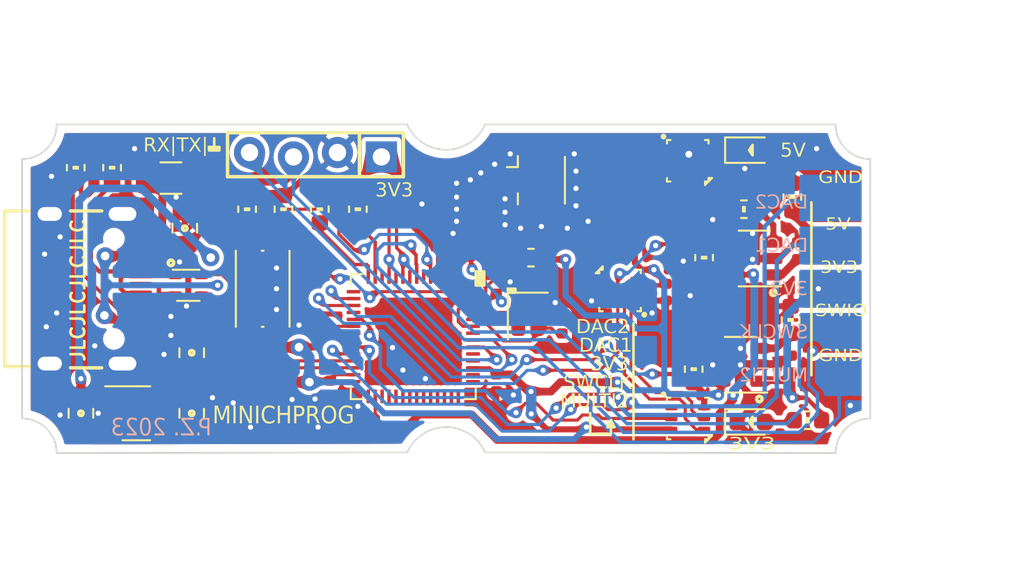
<source format=kicad_pcb>
(kicad_pcb (version 20221018) (generator pcbnew)
  (layers (0 "F.Cu" signal) (1 "In1.Cu" signal) (2 "In2.Cu" signal) (31 "B.Cu" signal) (34 "B.Paste" user) (35 "F.Paste" user) (36 "B.SilkS" user "B.Silkscreen") (37 "F.SilkS" user "F.Silkscreen") (38 "B.Mask" user) (39 "F.Mask" user) (44 "Edge.Cuts" user))
  (net 0 "")
  (net 1 "GND")
  (net 2 "Net-(AE1-A)")
  (net 3 "/SWCLK")
  (net 4 "+3V3")
  (net 5 "VBUS")
  (net 6 "/USB_DP")
  (net 7 "+5V")
  (net 8 "Net-(U3-XTAL_N)")
  (net 9 "Net-(U3-XTAL_P)")
  (net 10 "Net-(U3-LNA_IN)")
  (net 11 "Net-(U1-BP)")
  (net 12 "VDDA")
  (net 13 "Net-(U3-VDD_SPI)")
  (net 14 "+3.3VP")
  (net 15 "+5VP")
  (net 17 "/LED_DATA")
  (net 18 "Net-(D1-DO)")
  (net 19 "Net-(D1-BO)")
  (net 20 "Net-(D2-DO)")
  (net 21 "Net-(D2-BO)")
  (net 24 "Net-(D4-A)")
  (net 25 "Net-(D5-A)")
  (net 26 "Net-(J1-CC1)")
  (net 27 "/USB_P")
  (net 28 "/USB_N")
  (net 30 "Net-(J1-CC2)")
  (net 32 "/DAC2")
  (net 33 "/DAC1")
  (net 34 "/SWIO")
  (net 35 "/MULTI2")
  (net 36 "/UART_TX")
  (net 37 "/UART_RX")
  (net 38 "/CHIP_PU")
  (net 39 "Net-(U3-GPIO0)")
  (net 40 "/SWCLK_PU")
  (net 41 "/SWIO_PU")
  (net 42 "/VDD5_EN")
  (net 43 "/VDD3V3_EN")
  (net 44 "Net-(U4-SET)")
  (net 45 "Net-(U5-SET)")
  (net 46 "/USB_DN")
  (footprint "H_smd_passives:Hx_C_0402_1005Metric" (layer "F.Cu") (at 87 59.2 -90)
    (fp_text reference "C18" hide)
    (fp_text value "1u")
  )
  (footprint "H_smd_passives:Hx_R_0603_1608Metric" (layer "F.Cu") (at 64.9 54.4 90)
    (fp_text reference "R2" hide)
    (fp_text value "5k1")
  )
  (footprint "H_smd_passives:Hx_C_0805_2012Metric" (layer "F.Cu") (at 59.2 55.5 -90)
    (fp_text reference "C17" hide)
    (fp_text value "10u")
  )
  (footprint "Fuse:Fuse_1206_3216Metric" (layer "F.Cu") (at 58.4 52.6)
    (fp_text reference "F1" hide)
    (fp_text value "500mA")
  )
  (footprint "LED_SMD:LED_0603_1608Metric" (layer "F.Cu") (at 91.899999 50.984615)
    (fp_text reference "D4" hide)
    (fp_text value "0603_BLUE")
  )
  (footprint "H_smd_passives:Hx_C_0402_1005Metric" (layer "F.Cu") (at 73.715075 56.075025 -90)
    (fp_text reference "C14" hide)
    (fp_text value "1u")
  )
  (footprint "H_smd_passives:Hx_R_0603_1608Metric" (layer "F.Cu") (at 91.5 54.4 180)
    (fp_text reference "R13" hide)
    (fp_text value "82k")
  )
  (footprint "H_smd_passives:Hx_C_0402_1005Metric" (layer "F.Cu") (at 76.3 55.6)
    (fp_text reference "C5" hide)
    (fp_text value "10p")
  )
  (footprint "H_smd_passives:Hx_C_0402_1005Metric" (layer "F.Cu") (at 94.6 56.8 -90)
    (fp_text reference "C16" hide)
    (fp_text value "1u")
  )
  (footprint "H_smd_passives:Hx_R_0603_1608Metric" (layer "F.Cu") (at 67 54.4 -90)
    (fp_text reference "R7" hide)
    (fp_text value "10k")
  )
  (footprint "H_smd_passives:Hx_C_0402_1005Metric" (layer "F.Cu") (at 77.2 58.8 90)
    (fp_text reference "C8" hide)
    (fp_text value "1u")
  )
  (footprint "H_pin_headers:PinHeader_1x05_P2.54mm_SMDpads" (layer "F.Cu") (at 97 59 -90)
    (fp_text reference "J2" hide)
    (fp_text value "Conn_01x05")
  )
  (footprint "H_pin_headers:1x4_254_offset" (layer "F.Cu") (at 66.75 51.25)
    (fp_text reference "J3" hide)
    (fp_text value "Conn_01x04" hide)
  )
  (footprint "H_SOT:SOT-23-5" (layer "F.Cu") (at 92.1 57.25 180)
    (fp_text reference "U5" hide)
    (fp_text value "BL2555")
  )
  (footprint "Crystal:Crystal_SMD_2016-4Pin_2.0x1.6mm" (layer "F.Cu") (at 79.015075 60.575025 -90)
    (fp_text reference "Y1" hide)
    (fp_text value "40MHz")
  )
  (footprint "H_smd_passives:Hx_C_0805_2012Metric" (layer "F.Cu") (at 59.6 62.7 -90)
    (fp_text reference "C9" hide)
    (fp_text value "10u")
  )
  (footprint "Inductor_SMD:L_0603_1608Metric" (layer "F.Cu") (at 79.2 57.2)
    (fp_text reference "FB1" hide)
    (fp_text value "1k100M")
  )
  (footprint "Connector_Coaxial:U.FL_Hirose_U.FL-R-SMT-1_Vertical" (layer "F.Cu") (at 79.325 52.725)
    (fp_text reference "AE1" hide)
    (fp_text value "Antenna_Shield")
  )
  (footprint "H_smd_passives:Hx_R_0603_1608Metric" (layer "F.Cu") (at 95.2 66.6 180)
    (fp_text reference "R9" hide)
    (fp_text value "5k1")
  )
  (footprint "H_smd_passives:Hx_C_0402_1005Metric" (layer "F.Cu") (at 81 61.1 90)
    (fp_text reference "C3" hide)
    (fp_text value "10p")
  )
  (footprint "H_smd_passives:Hx_R_0603_1608Metric" (layer "F.Cu") (at 94.3 53.7 90)
    (fp_text reference "R8" hide)
    (fp_text value "10k")
  )
  (footprint "H_smd_passives:Hx_R_0603_1608Metric" (layer "F.Cu") (at 62.8 54.4 90)
    (fp_text reference "R5" hide)
    (fp_text value "10k")
  )
  (footprint "Package_DFN_QFN:QFN-56-1EP_7x7mm_P0.4mm_EP4x4mm" (layer "F.Cu") (at 72.4 61.77 -90)
    (fp_text reference "U3" hide)
    (fp_text value "ESP32-S2")
  )
  (footprint "H_switches:SW_Push_1P1T_NO_CK_KMR2" (layer "F.Cu") (at 63.7 59 90)
    (fp_text reference "SW1" hide)
    (fp_text value "SW_Push")
  )
  (footprint "H_smd_passives:Hx_C_0805_2012Metric" (layer "F.Cu") (at 53.2 66.2 90)
    (fp_text reference "C2" hide)
    (fp_text value "1u")
  )
  (footprint "H_smd_passives:Hx_R_0603_1608Metric" (layer "F.Cu") (at 69.2 54.4 -90)
    (fp_text reference "R6" hide)
    (fp_text value "10k")
  )
  (footprint "H_smd_passives:Hx_C_0402_1005Metric" (layer "F.Cu") (at 67.030075 61.175025)
    (fp_text reference "C11" hide)
    (fp_text value "1u")
  )
  (footprint "H_conn:USB_C_TYPE-C-31-M-12" (layer "F.Cu") (at 51.401 59 -90)
    (fp_text reference "J1" hide)
    (fp_text value "USB_C_Receptacle_USB2.0_TYPE_C_31_M_12")
  )
  (footprint "H_smd_passives:Hx_R_0603_1608Metric" (layer "F.Cu") (at 52.9 52 90)
    (fp_text reference "R4" hide)
    (fp_text value "5k1")
  )
  (footprint "H_smd_passives:Hx_C_0402_1005Metric" (layer "F.Cu") (at 67.6 64.8 90)
    (fp_text reference "C13" hide)
    (fp_text value "1u")
  )
  (footprint "H_smd_passives:Hx_C_0402_1005Metric" (layer "F.Cu") (at 79.3 58.575025)
    (fp_text reference "C4" hide)
    (fp_text value "10p")
  )
  (footprint "H_smd_passives:Hx_R_0603_1608Metric" (layer "F.Cu") (at 88.6 63.65 -90)
    (fp_text reference "R10" hide)
    (fp_text value "10k")
  )
  (footprint "H_smd_passives:Hx_C_0402_1005Metric" (layer "F.Cu") (at 77.2 64.435794 90)
    (fp_text reference "C10" hide)
    (fp_text value "1u")
  )
  (footprint "H_smd_passives:Hx_R_0603_1608Metric" (layer "F.Cu") (at 94.2 60.8 90)
    (fp_text reference "R12" hide)
    (fp_text value "82k")
  )
  (footprint "H_LEDs:WS2816-2121" (layer "F.Cu") (at 84.3 59.1 180)
    (fp_text reference "D2" hide)
    (fp_text value "WS2816C-2121" hide)
  )
  (footprint "H_smd_passives:Hx_C_0402_1005Metric" (layer "F.Cu") (at 69.7 66.6)
    (fp_text reference "C12" hide)
    (fp_text value "1u")
  )
  (footprint "H_smd_passives:Hx_C_0805_2012Metric" (layer "F.Cu") (at 59.6 66.2 -90)
    (fp_text reference "C6" hide)
    (fp_text value "1n")
  )
  (footprint "H_smd_passives:Hx_R_0603_1608Metric" (layer "F.Cu") (at 89.2 57.2 -90)
    (fp_text reference "R11" hide)
    (fp_text value "10k")
  )
  (footprint "LED_SMD:LED_0603_1608Metric" (layer "F.Cu") (at 91.900001 66.7)
    (fp_text reference "D5" hide)
    (fp_text value "0603_PINK")
  )
  (footprint "H_LEDs:WS2816-2121" (layer "F.Cu") (at 88.3 66.5)
    (fp_text reference "D1" hide)
    (fp_text value "WS2816C-2121" hide)
  )
  (footprint "H_smd_passives:Hx_R_0603_1608Metric" (layer "F.Cu") (at 55 52 90)
    (fp_text reference "R3" hide)
    (fp_text value "5k1")
  )
  (footprint "Package_TO_SOT_SMD:SOT-23-5" (layer "F.Cu") (at 56.4 66.2)
    (fp_text reference "U1" hide)
    (fp_text value "RT9193-33GB")
  )
  (footprint "H_SOT:SOT-23-5" (layer "F.Cu") (at 91.3 63.394649 180)
    (fp_text reference "U4" hide)
    (fp_text value "BL2555")
  )
  (footprint "H_LEDs:WS2816-2121" (layer "F.Cu") (at 88.3 51.6)
    (fp_text reference "D3" hide)
    (fp_text value "WS2816C-2121" hide)
  )
  (footprint "H_smd_passives:Hx_C_0402_1005Metric" (layer "F.Cu") (at 94.25 63.35 -90)
    (fp_text reference "C15" hide)
    (fp_text value "1u")
  )
  (footprint "H_smd_passives:Hx_C_0402_1005Metric" (layer "F.Cu") (at 76.8 54.1 -90)
    (fp_text reference "C19" hide)
    (fp_text value "DNP")
  )
  (footprint "H_SOT:SOT-563" (layer "F.Cu") (at 59.4 58.8)
    (fp_text reference "U2" hide)
    (fp_text value "NUF2042XV6T1G")
  )
  (footprint "Inductor_SMD:L_0402_1005Metric" (layer "F.Cu") (at 75.8 54.1 -90)
    (fp_text reference "L1" hide)
    (fp_text value "6.8nH")
  )
  (footprint "H_smd_passives:Hx_C_0402_1005Metric" (layer "F.Cu") (at 76.215075 57.075025)
    (fp_text reference "C7" hide)
    (fp_text value "1u")
  )
  (footprint "H_pin_headers:PinHeader_1x05_P2.54mm_SMDpads" (layer "B.Cu") (at 97 59 -90)
    (fp_text reference "J4" hide)
    (fp_text value "Conn_01x05")
  )
  (gr_line (start 60.9 50.3) (end 60.9 50.8) (stroke (width 0.15)) (layer "F.SilkS"))
  (gr_line (start 83.82039 67.4) (end 83.82039 66.6) (stroke (width 0.15)) (layer "F.SilkS"))
  (gr_line (start 83.82039 66.6) (end 83.62039 67) (stroke (width 0.15)) (layer "F.SilkS"))
  (gr_rect (start 76.01 58) (end 76.5 58.81) (stroke (width 0.15)) (fill solid) (layer "F.SilkS"))
  (gr_line (start 82.62039 67.4) (end 83.82039 67.4) (stroke (width 0.15)) (layer "F.SilkS"))
  (gr_line (start 82.62039 66.2) (end 82.62039 67.4) (stroke (width 0.15)) (layer "F.SilkS"))
  (gr_poly (pts (xy 92 51.284615) (xy 92 50.684615) (xy 91.8 50.984615)) (stroke (width 0.15)) (fill solid) (layer "F.SilkS"))
  (gr_line (start 83.62039 67) (end 84.02039 67) (stroke (width 0.15)) (layer "F.SilkS"))
  (gr_rect (start 60.6 50.8) (end 61.2 51) (stroke (width 0.15)) (fill solid) (layer "F.SilkS"))
  (gr_line (start 95.4 54) (end 95.4 64) (stroke (width 0.15)) (layer "F.SilkS"))
  (gr_line (start 85.12039 67.7) (end 85.12039 61) (stroke (width 0.15)) (layer "F.SilkS"))
  (gr_poly (pts (xy 92 67) (xy 92 66.4) (xy 91.8 66.7)) (stroke (width 0.15)) (fill solid) (layer "F.SilkS"))
  (gr_line (start 84.02039 67) (end 83.82039 66.6) (stroke (width 0.15)) (layer "F.SilkS"))
  (gr_rect (start 77.865075 59) (end 78.3 59.225025) (stroke (width 0.15)) (fill solid) (layer "F.SilkS"))
  (gr_arc (start 76.549999 49.5) (mid 74.3 50.962214) (end 72.05 49.5) (stroke (width 0.1)) (layer "Edge.Cuts"))
  (gr_arc (start 49.8 66.5) (mid 51.214214 67.085786) (end 51.8 68.5) (stroke (width 0.1)) (layer "Edge.Cuts"))
  (gr_arc (start 96.8 68.5) (mid 97.385786 67.085786) (end 98.8 66.5) (stroke (width 0.1)) (layer "Edge.Cuts"))
  (gr_line (start 72.05 49.5) (end 51.8 49.5) (stroke (width 0.1)) (layer "Edge.Cuts"))
  (gr_arc (start 72.050001 68.462214) (mid 74.300001 67) (end 76.55 68.462214) (stroke (width 0.1)) (layer "Edge.Cuts"))
  (gr_line (start 98.8 66.5) (end 98.8 51.5) (stroke (width 0.1)) (layer "Edge.Cuts"))
  (gr_line (start 49.8 51.5) (end 49.8 66.5) (stroke (width 0.1)) (layer "Edge.Cuts"))
  (gr_line (start 76.55 68.462214) (end 96.8 68.5) (stroke (width 0.1)) (layer "Edge.Cuts"))
  (gr_line (start 96.8 49.5) (end 76.549999 49.5) (stroke (width 0.1)) (layer "Edge.Cuts"))
  (gr_arc (start 98.8 51.5) (mid 97.385786 50.914214) (end 96.8 49.5) (stroke (width 0.1)) (layer "Edge.Cuts"))
  (gr_line (start 51.8 68.5) (end 72.050001 68.462214) (stroke (width 0.1)) (layer "Edge.Cuts"))
  (gr_arc (start 51.8 49.5) (mid 51.214214 50.914214) (end 49.8 51.5) (stroke (width 0.1)) (layer "Edge.Cuts"))
  (gr_text "SWCLK" (at 95.2 62) (layer "B.SilkS") (effects (font (size 0.8 0.8)) (justify left bottom mirror)))
  (gr_text "P.Z. 2023" (at 60.75 67.65) (layer "B.SilkS") (effects (font (size 1 0.9)) (justify left bottom mirror)))
  (gr_text "MULTI2" (at 95.2 64.5) (layer "B.SilkS") (effects (font (size 0.8 0.8)) (justify left bottom mirror)))
  (gr_text "DAC2" (at 95.2 54.5) (layer "B.SilkS") (effects (font (size 0.8 0.8)) (justify left bottom mirror)))
  (gr_text "DAC1" (at 95.2 57) (layer "B.SilkS") (effects (font (size 0.8 0.8)) (justify left bottom mirror)))
  (gr_text "3V3" (at 95.2 59.5) (layer "B.SilkS") (effects (font (size 0.8 0.8)) (justify left bottom mirror)))
  (gr_text "5V" (at 96.2 55.7) (layer "F.SilkS") (effects (font (size 0.7 0.8)) (justify left bottom)))
  (gr_text "SWIO" (at 95.6 60.7) (layer "F.SilkS") (effects (font (size 0.7 0.8)) (justify left bottom)))
  (gr_text "5V" (at 93.6 51.5) (layer "F.SilkS") (effects (font (size 0.8 0.8)) (justify left bottom)))
  (gr_text "3V3" (at 95.9 58.2) (layer "F.SilkS") (effects (font (size 0.7 0.8)) (justify left bottom)))
  (gr_text "3V3" (at 90.6 68.4) (layer "F.SilkS") (effects (font (size 0.7 1)) (justify left bottom)))
  (gr_text "SWCLK" (at 81.059065 64.925) (layer "F.SilkS") (effects (font (size 0.8 0.8)) (justify left bottom)))
  (gr_text "DAC1" (at 81.975073 62.775) (layer "F.SilkS") (effects (font (size 0.8 0.8)) (justify left bottom)))
  (gr_text "3V3" (at 82.629253 63.85) (layer "F.SilkS") (effects (font (size 0.8 0.8)) (justify left bottom)))
  (gr_text "GND" (at 95.8 63.3) (layer "F.SilkS") (effects (font (size 0.7 0.8)) (justify left bottom)))
  (gr_text "DAC2" (at 81.8 61.7) (layer "F.SilkS") (effects (font (size 0.8 0.8)) (justify left bottom)))
  (gr_text "GND" (at 95.8 53) (layer "F.SilkS") (effects (font (size 0.7 0.8)) (justify left bottom)))
  (gr_text "JLCJLCJLCJLC" (at 53.5 63.3 90) (layer "F.SilkS") (effects (font (size 0.8 0.8)) (justify left bottom)))
  (gr_text "MINICHPROG" (at 60.8 66.95) (layer "F.SilkS") (effects (font (size 1 0.9)) (justify left bottom)))
  (gr_text "MULTI2" (at 80.874613 66) (layer "F.SilkS") (effects (font (size 0.8 0.8)) (justify left bottom)))
  (gr_text "3V3" (at 70.2 53.8) (layer "F.SilkS") (effects (font (size 0.8 0.8)) (justify left bottom)))
  (gr_text "RX|TX|" (at 56.8 51.2) (layer "F.SilkS") (effects (font (size 0.8 0.8)) (justify left bottom)))
  (segment (start 94.6 56.315) (end 94.47514 56.315) (width 0.35) (layer "F.Cu") (net 1))
  (segment (start 54.1375 66.2) (end 53.2 67.1375) (width 0.6) (layer "F.Cu") (net 1))
  (segment (start 59.2 54.5625) (end 59.2 54.2) (width 0.6) (layer "F.Cu") (net 1))
  (segment (start 56.649 62.277) (end 55.601 63.325) (width 0.6) (layer "F.Cu") (net 1))
  (segment (start 80.524975 59.875025) (end 79.565075 59.875025) (width 0.18) (layer "F.Cu") (net 1))
  (segment (start 91.3 63.4) (end 91.3 64.512122) (width 0.35) (layer "F.Cu") (net 1))
  (segment (start 94.25 62.865) (end 94.020351 63.094649) (width 0.45) (layer "F.Cu") (net 1))
  (segment (start 64.5 56.95) (end 64.5 57.8) (width 0.18) (layer "F.Cu") (net 1))
  (segment (start 93.4 60.8125) (end 94.2 60.0125) (width 0.25) (layer "F.Cu") (net 1))
  (segment (start 76.377598 59.57) (end 76.59 59.357598) (width 0.18) (layer "F.Cu") (net 1))
  (segment (start 56.649 62.21) (end 56.649 62.277) (width 0.6) (layer "F.Cu") (net 1))
  (segment (start 59.4 57.8) (end 59.2 57.6) (width 0.35) (layer "F.Cu") (net 1))
  (segment (start 78.465075 61.275025) (end 78.465075 61.067487) (width 0.25) (layer "F.Cu") (net 1))
  (segment (start 77.9955 58.6) (end 77.7105 58.315) (width 0.18) (layer "F.Cu") (net 1))
  (segment (start 65.8 61.1) (end 66.47005 61.1) (width 0.35) (layer "F.Cu") (net 1))
  (segment (start 89.2 65.092851) (end 88.3 64.192851) (width 0.35) (layer "F.Cu") (net 1))
  (segment (start 58.65 58.8) (end 59.4 58.8) (width 0.2) (layer "F.Cu") (net 1))
  (segment (start 93 61.7) (end 93.4 61.3) (width 0.25) (layer "F.Cu") (net 1))
  (segment (start 91.3 64.512122) (end 91.7 64.912122) (width 0.35) (layer "F.Cu") (net 1))
  (segment (start 59.0495 57.4495) (end 58.9 57.4495) (width 0.35) (layer "F.Cu") (net 1))
  (segment (start 55.2625 66.2) (end 54.2 66.2) (width 0.6) (layer "F.Cu") (net 1))
  (segment (start 69.215 65.815) (end 69.2 65.8) (width 0.18) (layer "F.Cu") (net 1))
  (segment (start 88.318895 51.222894) (end 88.571789 50.97) (width 0.25) (layer "F.Cu") (net 1))
  (segment (start 76.8 55.585) (end 76.785 55.6) (width 0.18) (layer "F.Cu") (net 1))
  (segment (start 56.649 55.79) (end 56.649 55.723) (width 0.6) (layer "F.Cu") (net 1))
  (segment (start 93.2 57.25) (end 92.15 57.25) (width 0.45) (layer "F.Cu") (net 1))
  (segment (start 77.2 57.57495) (end 76.700075 57.075025) (width 0.18) (layer "F.Cu") (net 1))
  (segment (start 81 60.2) (end 80.6 59.8) (width 0.18) (layer "F.Cu") (net 1))
  (segment (start 59.2 54.2) (end 58.7 53.7) (width 0.6) (layer "F.Cu") (net 1))
  (segment (start 83.4 59.73) (end 82.73 59.73) (width 0.18) (layer "F.Cu") (net 1))
  (segment (start 59.4 59.9) (end 59.3 60) (width 0.35) (layer "F.Cu") (net 1))
  (segment (start 91.92522 61.7) (end 93 61.7) (width 0.25) (layer "F.Cu") (net 1))
  (segment (start 88.571789 50.97) (end 89.2 50.97) (width 0.25) (layer "F.Cu") (net 1))
  (segment (start 76.59 58.925) (end 77.2 58.315) (width 0.18) (layer "F.Cu") (net 1))
  (segment (start 73.1 62.47) (end 72.4 61.77) (width 0.18) (layer "F.Cu") (net 1))
  (segment (start 54.2 66.2) (end 54.1375 66.2) (width 0.6) (layer "F.Cu") (net 1))
  (segment (start 91.7 64.912122) (end 91.7 66.112501) (width 0.35) (layer "F.Cu") (net 1))
  (segment (start 86.3 60.3005) (end 86.2005 60.4) (width 0.2) (layer "F.Cu") (net 1))
  (segment (start 79.785 58.575025) (end 79.785 59.6551) (width 0.18) (layer "F.Cu") (net 1))
  (segment (start 78.465075 61.067487) (end 79.565075 59.967487) (width 0.25) (layer "F.Cu") (net 1))
  (segment (start 58.4625 61.7625) (end 58.4 61.7) (width 0.45) (layer "F.Cu") (net 1))
  (segment (start 91.344649 63.355351) (end 91.3 63.4) (width 0.45) (layer "F.Cu") (net 1))
  (segment (start 89.29 65.87) (end 89.43 65.87) (width 0.18) (layer "F.Cu") (net 1))
  (segment (start 91.35 57.25) (end 91.3 57.3) (width 0.45) (layer "F.Cu") (net 1))
  (segment (start 56.649 55.723) (end 55.601 54.675) (width 0.6) (layer "F.Cu") (net 1))
  (segment (start 80.6 59.8) (end 80.524975 59.875025) (width 0.18) (layer "F.Cu") (net 1))
  (segment (start 64.5 61.05) (end 64.5 60.2) (width 0.18) (layer "F.Cu") (net 1))
  (segment (start 91.7 66.112501) (end 91.112501 66.7) (width 0.35) (layer "F.Cu") (net 1))
  (segment (start 59.4 58.8) (end 59.4 57.8) (width 0.35) (layer "F.Cu") (net 1))
  (segment (start 59.4 58.8) (end 59.4 59.9) (width 0.35) (layer "F.Cu") (net 1))
  (segment (start 59.2 57.6) (end 59.0495 57.4495) (width 0.35) (layer "F.Cu") (net 1))
  (segment (start 55 51.0625) (end 56.1375 51.0625) (width 0.35) (layer "F.Cu") (net 1))
  (segment (start 93.307149 63.355351) (end 91.344649 63.355351) (width 0.45) (layer "F.Cu") (net 1))
  (segment (start 76.59 59.357598) (end 76.59 58.925) (width 0.18) (layer "F.Cu") (net 1))
  (segment (start 73.1 64.2) (end 73.1 62.47) (width 0.18) (layer "F.Cu") (net 1))
  (segment (start 91.3 62.45) (end 91.3 62.32522) (width 0.25) (layer "F.Cu") (net 1))
  (segment (start 93.350001 57.25) (end 92.4 57.25) (width 0.45) (layer "F.Cu") (net 1))
  (segment (start 91.3 62.32522) (end 91.92522 61.7) (width 0.25) (layer "F.Cu") (net 1))
  (segment (start 76.8 54.585) (end 76.8 55.585) (width 0.18) (layer "F.Cu") (net 1))
  (segment (start 66.810904 65.285) (end 66.723976 65.371928) (width 0.18) (layer "F.Cu") (net 1))
  (segment (start 82.73 59.73) (end 82.7 59.7) (width 0.18) (layer "F.Cu") (net 1))
  (segment (start 79.785 59.6551) (end 79.565075 59.875025) (width 0.18) (layer "F.Cu") (net 1))
  (segment (start 60.7625 65.2625) (end 60.8 65.3) (width 0.45) (layer "F.Cu") (net 1))
  (segment (start 94.47514 56.315) (end 93.54014 57.25) (width 0.35) (layer "F.Cu") (net 1))
  (segment (start 93.4 61.3) (end 93.4 60.8125) (width 0.25) (layer "F.Cu") (net 1))
  (segment (start 79.565075 59.967487) (end 79.565075 59.875025) (width 0.25) (layer "F.Cu") (net 1))
  (segment (start 77.2 58.315) (end 77.2 57.57495) (width 0.18) (layer "F.Cu") (net 1))
  (segment (start 93.54014 57.25) (end 93.2 57.25) (width 0.35) (layer "F.Cu") (net 1))
  (segment (start 93.567851 63.094649) (end 93.307149 63.355351) (width 0.45) (layer "F.Cu") (net 1))
  (segment (start 59.6 61.7625) (end 58.4625 61.7625) (width 0.45) (layer "F.Cu") (net 1))
  (segment (start 56.1375 51.0625) (end 56.3 50.9) (width 0.35) (layer "F.Cu") (net 1))
  (segment (start 89.2 65.87) (end 89.2 65.092851) (width 0.35) (layer "F.Cu") (net 1))
  (segment (start 52.9 51.0625) (end 55 51.0625) (width 0.35) (layer "F.Cu") (net 1))
  (segment (start 77.7105 58.315) (end 77.2 58.315) (width 0.18) (layer "F.Cu") (net 1))
  (segment (start 94.020351 63.094649) (end 93.567851 63.094649) (width 0.45) (layer "F.Cu") (net 1))
  (segment (start 75.85 59.57) (end 76.377598 59.57) (width 0.18) (layer "F.Cu") (net 1))
  (segment (start 67.6 65.285) (end 66.810904 65.285) (width 0.18) (layer "F.Cu") (net 1))
  (segment (start 69.215 66.6) (end 69.215 65.815) (width 0.18) (layer "F.Cu") (net 1))
  (segment (start 81 60.615) (end 81 60.2) (width 0.18) (layer "F.Cu") (net 1))
  (segment (start 59.6 65.2625) (end 60.7625 65.2625) (width 0.45) (layer "F.Cu") (net 1))
  (segment (start 66.47005 61.1) (end 66.545075 61.175025) (width 0.35) (layer "F.Cu") (net 1))
  (via (at 56.3 50.9) (size 0.65) (drill 0.3) (layers "F.Cu" "B.Cu") (net 1))
  (via (at 78.6 55.5) (size 0.65) (drill 0.3) (layers "F.Cu" "B.Cu") (net 1))
  (via (at 77.7 54.575497) (size 0.65) (drill 0.3) (layers "F.Cu" "B.Cu") (net 1))
  (via (at 52 56) (size 0.65) (drill 0.3) (layers "F.Cu" "B.Cu") (net 1))
  (via (at 79.8 55.4) (size 0.65) (drill 0.3) (layers "F.Cu" "B.Cu") (net 1))
  (via (at 65.8 61.1) (size 0.65) (drill 0.3) (layers "F.Cu" "B.Cu") (net 1))
  (via (at 91.55 52.05) (size 0.65) (drill 0.3) (layers "F.Cu" "B.Cu") (net 1))
  (via (at 74.9 53.7) (size 0.65) (drill 0.3) (layers "F.Cu" "B.Cu") (net 1))
  (via (at 91.3 62.45) (size 0.65) (drill 0.3) (layers "F.Cu" "B.Cu") (net 1))
  (via (at 74.7 55.8) (size 0.65) (drill 0.3) (layers "F.Cu" "B.Cu") (net 1))
  (via (at 97.65 65.75) (size 0.65) (drill 0.3) (layers "F.Cu" "B.Cu") (net 1))
  (via (at 64.5 60.2) (size 0.65) (drill 0.3) (layers "F.Cu" "B.Cu") (net 1))
  (via (at 86.2005 60.4) (size 0.65) (drill 0.3) (layers "F.Cu" "B.Cu") (net 1))
  (via (at 88.318895 51.222894) (size 0.8) (drill 0.4) (layers "F.Cu" "B.Cu") (net 1))
  (via (at 88 57.4) (size 0.65) (drill 0.3) (layers "F.Cu" "B.Cu") (net 1))
  (via (at 81.8 53.2) (size 0.65) (drill 0.3) (layers "F.Cu" "B.Cu") (net 1))
  (via (at 71.2 62.4) (size 0.65) (drill 0.3) (layers "F.Cu" "B.Cu") (net 1))
  (via (at 52 66.3) (size 0.65) (drill 0.3) (layers "F.Cu" "B.Cu") (net 1))
  (via (at 81.7 51.2) (size 0.65) (drill 0.3) (layers "F.Cu" "B.Cu") (net 1))
  (via (at 80.6 59.8) (size 0.65) (drill 0.3) (layers "F.Cu" "B.Cu") (net 1))
  (via (at 59.3 60) (size 0.65) (drill 0.3) (layers "F.Cu" "B.Cu") (net 1))
  (via (at 54 62.3) (size 0.65) (drill 0.3) (layers "F.Cu" "B.Cu") (net 1))
  (via (at 51.1 57) (size 0.65) (drill 0.3) (layers "F.Cu" "B.Cu") (net 1))
  (via (at 58.4 60.6) (size 0.65) (drill 0.3) (layers "F.Cu" "B.Cu") (net 1))
  (via (at 76.3 52.3) (size 0.65) (drill 0.3) (layers "F.Cu" "B.Cu") (net 1))
  (via (at 92 55.8) (size 0.65) (drill 0.3) (layers "F.Cu" "B.Cu") (net 1))
  (via (at 60.8 65.3) (size 0.65) (drill 0.3) (layers "F.Cu" "B.Cu") (net 1))
  (via (at 62 65.6) (size 0.65) (drill 0.3) (layers "F.Cu" "B.Cu") (net 1))
  (via (at 77.1 51.8) (size 0.65) (drill 0.3) (layers "F.Cu" "B.Cu") (net 1))
  (via (at 77.9955 58.6) (size 0.65) (drill 0.3) (layers "F.Cu" "B.Cu") (net 1))
  (via (at 75.7 52.7) (size 0.65) (drill 0.3) (layers "F.Cu" "B.Cu") (net 1))
  (via (at 66.723976 65.371928) (size 0.65) (drill 0.3) (layers "F.Cu" "B.Cu") (net 1))
  (via (at 71.8 63.7) (size 0.65) (drill 0.3) (layers "F.Cu" "B.Cu") (net 1))
  (via (at 58.9 57.4495) (size 0.65) (drill 0.3) (layers "F.Cu" "B.Cu") (net 1))
  (via (at 92 57.3) (size 0.65) (drill 0.3) (layers "F.Cu" "B.Cu") (net 1))
  (via (at 89.7 63.4) (size 0.65) (drill 0.3) (layers "F.Cu" "B.Cu") (net 1))
  (via (at 95.7 50.9) (size 0.65) (drill 0.3) (layers "F.Cu" "B.Cu") (net 1))
  (via (at 65.4 65.4) (size 0.65) (drill 0.3) (layers "F.Cu" "B.Cu") (net 1))
  (via (at 74.9 55.1) (size 0.65) (drill 0.3) (layers "F.Cu" "B.Cu") (net 1))
  (via (at 74.9 52.9) (size 0.65) (drill 0.3) (layers "F.Cu" "B.Cu") (net 1))
  (via (at 51.2 61.2) (size 0.65) (drill 0.3) (layers "F.Cu" "B.Cu") (net 1))
  (via (at 88.4 59.4) (size 0.65) (drill 0.3) (layers "F.Cu" "B.Cu") (net 1))
  (via (at 51.5 52.5) (size 0.65) (drill 0.3) (layers "F.Cu" "B.Cu") (net 1))
  (via (at 73.1 64.2) (size 0.65) (drill 0.3) (layers "F.Cu" "B.Cu") (net 1))
  (via (at 58.7 53.7) (size 0.65) (drill 0.3) (layers "F.Cu" "B.Cu") (net 1))
  (via (at 72.9 54.1) (size 0.65) (drill 0.3) (layers "F.Cu" "B.Cu") (net 1))
  (via (at 62.999635 67.004597) (size 0.65) (drill 0.3) (layers "F.Cu" "B.Cu") (net 1))
  (via (at 66.899435 66.997322) (size 0.65) (drill 0.3) (layers "F.Cu" "B.Cu") (net 1))
  (via (at 74.9 54.4) (size 0.65) (drill 0.3) (layers "F.Cu" "B.Cu") (net 1))
  (via (at 58 62.8) (size 0.65) (drill 0.3) (layers "F.Cu" "B.Cu") (net 1))
  (via (at 58.4 61.7) (size 0.65) (drill 0.3) (layers "F.Cu" "B.Cu") (net 1))
  (via (at 78.18063 65.140584) (size 0.65) (drill 0.3) (layers "F.Cu" "B.Cu") (net 1))
  (via (at 77.7 55.3) (size 0.65) (drill 0.3) (layers "F.Cu" "B.Cu") (net 1))
  (via (at 69.2 65.8) (size 0.65) (drill 0.3) (layers "F.Cu" "B.Cu") (net 1))
  (via (at 54.2 66.2) (size 0.65) (drill 0.3) (layers "F.Cu" "B.Cu") (net 1))
  (via (at 51.8 60.4) (size 0.65) (drill 0.3) (layers "F.Cu" "B.Cu") (net 1))
  (via (at 91.3 63.4) (size 0.65) (drill 0.3) (layers "F.Cu" "B.Cu") (net 1))
  (via (at 77.7 53.8) (size 0.65) (drill 0.3) (layers "F.Cu" "B.Cu") (net 1))
  (via (at 82.7 59.7) (size 0.65) (drill 0.3) (layers "F.Cu" "B.Cu") (net 1))
  (via (at 64.5 59) (size 0.65) (drill 0.3) (layers "F.Cu" "B.Cu") (net 1))
  (via (at 78 51.2) (size 0.65) (drill 0.3) (layers "F.Cu" "B.Cu") (net 1))
  (via (at 64.5 57.8) (size 0.65) (drill 0.3) (layers "F.Cu" "B.Cu") (net 1))
  (via (at 81.8 52.2) (size 0.65) (drill 0.3) (layers "F.Cu" "B.Cu") (net 1))
  (via (at 81.3 55.5) (size 0.65) (drill 0.3) (layers "F.Cu" "B.Cu") (net 1))
  (via (at 81.8 54.2) (size 0.65) (drill 0.3) (layers "F.Cu" "B.Cu") (net 1))
  (via (at 82.5 55.1) (size 0.65) (drill 0.3) (layers "F.Cu" "B.Cu") (net 1))
  (via (at 89.7 55) (size 0.65) (drill 0.3) (layers "F.Cu" "B.Cu") (net 1))
  (segment (start 76.982842 52.817158) (end 76.917157 52.882843) (width 0.18) (layer "F.Cu") (net 2))
  (segment (start 78.275 52.725) (end 78.25 52.7) (width 0.18) (layer "F.Cu") (net 2))
  (segment (start 75.8 53.615) (end 76.8 53.615) (width 0.18) (layer "F.Cu") (net 2))
  (segment (start 76.8 53.165685) (end 76.8 53.615) (width 0.18) (layer "F.Cu") (net 2))
  (segment (start 78.25 52.7) (end 77.265685 52.7) (width 0.18) (layer "F.Cu") (net 2))
  (arc (start 76.917157 52.882843) (mid 76.830448 53.012612) (end 76.8 53.165685) (width 0.18) (layer "F.Cu") (net 2))
  (arc (start 77.265685 52.7) (mid 77.112611 52.730448) (end 76.982842 52.817158) (width 0.18) (layer "F.Cu") (net 2))
  (segment (start 71.8 57.250529) (end 71.8 57) (width 0.18) (layer "F.Cu") (net 3))
  (segment (start 71.8 58.32) (end 71.8 57) (width 0.18) (layer "F.Cu") (net 3))
  (segment (start 71.849502 57.300031) (end 71.8 57.250529) (width 0.18) (layer "F.Cu") (net 3))
  (segment (start 71.8 57) (end 71.435 56.635) (width 0.18) (layer "F.Cu") (net 3))
  (segment (start 71.435 54.635) (end 70.2625 53.4625) (width 0.18) (layer "F.Cu") (net 3))
  (segment (start 70.2625 53.4625) (end 69.2 53.4625) (width 0.18) (layer "F.Cu") (net 3))
  (segment (start 71.435 56.635) (end 71.435 54.635) (width 0.18) (layer "F.Cu") (net 3))
  (via (at 71.849502 57.300031) (size 0.65) (drill 0.3) (layers "F.Cu" "B.Cu") (net 3))
  (segment (start 84.743325 66.8) (end 94 66.8) (width 0.2) (layer "B.Cu") (net 3))
  (segment (start 71.849502 57.300031) (end 71.849502 57.449502) (width 0.2) (layer "B.Cu") (net 3))
  (segment (start 71.849502 57.449502) (end 75.9 61.5) (width 0.2) (layer "B.Cu") (net 3))
  (segment (start 94.7 61.916116) (end 95.076116 61.54) (width 0.2) (layer "B.Cu") (net 3))
  (segment (start 95.1 65) (end 94.7 64.6) (width 0.2) (layer "B.Cu") (net 3))
  (segment (start 94.7 64.6) (end 94.7 61.916116) (width 0.2) (layer "B.Cu") (net 3))
  (segment (start 83.57864 65.635315) (end 84.743325 66.8) (width 0.2) (layer "B.Cu") (net 3))
  (segment (start 83.57864 64.07864) (end 83.57864 65.635315) (width 0.2) (layer "B.Cu") (net 3))
  (segment (start 81 61.5) (end 83.57864 64.07864) (width 0.2) (layer "B.Cu") (net 3))
  (segment (start 95.076116 61.54) (end 97 61.54) (width 0.2) (layer "B.Cu") (net 3))
  (segment (start 75.9 61.5) (end 81 61.5) (width 0.2) (layer "B.Cu") (net 3))
  (segment (start 95.1 65.7) (end 95.1 65) (width 0.2) (layer "B.Cu") (net 3))
  (segment (start 94 66.8) (end 95.1 65.7) (width 0.2) (layer "B.Cu") (net 3))
  (segment (start 90.2 64.978856) (end 90.2 64.305351) (width 0.35) (layer "F.Cu") (net 4))
  (segment (start 80.9 64.4) (end 80.356236 64.943764) (width 0.45) (layer "F.Cu") (net 4))
  (segment (start 73.8 56.64495) (end 73.715075 56.560025) (width 0.18) (layer "F.Cu") (net 4))
  (segment (start 86.3 58.015) (end 87 58.715) (width 0.25) (layer "F.Cu") (net 4))
  (segment (start 85.2 57.5) (end 85.2 53.2) (width 0.35) (layer "F.Cu") (net 4))
  (segment (start 85.826378 58.47) (end 85.29 58.47) (width 0.25) (layer "F.Cu") (net 4))
  (segment (start 61.8 57.7) (end 61.8 56.7) (width 0.6) (layer "F.Cu") (net 4))
  (segment (start 80.0875 57.3) (end 79.9875 57.2) (width 0.35) (layer "F.Cu") (net 4))
  (segment (start 74.2 58.32) (end 74.2 57.6) (width 0.18) (layer "F.Cu") (net 4))
  (segment (start 60.7375 63.6375) (end 61.2 64.1) (width 0.6) (layer "F.Cu") (net 4))
  (segment (start 61.77 61.77) (end 61.77 60.43) (width 0.6) (layer "F.Cu") (net 4))
  (segment (start 61.5 64.4) (end 66.4 64.4) (width 0.6) (layer "F.Cu") (net 4))
  (segment (start 61.8 56.7) (end 61.4 56.3) (width 0.6) (layer "F.Cu") (net 4))
  (segment (start 86.3 57.9) (end 86.3 58.015) (width 0.25) (layer "F.Cu") (net 4))
  (segment (start 61.2 64.1) (end 61.5 64.4) (width 0.6) (layer "F.Cu") (net 4))
  (segment (start 71.9 54.9) (end 73.560025 56.560025) (width 0.35) (layer "F.Cu") (net 4))
  (segment (start 68.95 63.97) (end 67.945 63.97) (width 0.18) (layer "F.Cu") (net 4))
  (segment (start 73.8 57.4) (end 73.8 56.64495) (width 0.18) (layer "F.Cu") (net 4))
  (segment (start 70.56 51.377) (end 71.9 52.717) (width 0.35) (layer "F.Cu") (net 4))
  (segment (start 62.3805 62.3805) (end 61.77 61.77) (width 0.6) (layer "F.Cu") (net 4))
  (segment (start 82.4 67.13) (end 82.4 66.998873) (width 0.35) (layer "F.Cu") (net 4))
  (segment (start 80.111519 67.13) (end 82.4 67.13) (width 0.35) (layer "F.Cu") (net 4))
  (segment (start 86.17 52.23) (end 87.31 52.23) (width 0.35) (layer "F.Cu") (net 4))
  (segment (start 84.20314 64.4) (end 80.9 64.4) (width 0.45) (layer "F.Cu") (net 4))
  (segment (start 71.9 52.717) (end 71.9 54.9) (width 0.35) (layer "F.Cu") (net 4))
  (segment (start 62.39 58.29) (end 61.8 57.7) (width 0.6) (layer "F.Cu") (net 4))
  (segment (start 75.85 63.57) (end 76.819206 63.57) (width 0.18) (layer "F.Cu") (net 4))
  (segment (start 80.356236 64.943764) (end 79.2 64.943764) (width 0.45) (layer "F.Cu") (net 4))
  (segment (start 61.4 54.6) (end 62.5375 53.4625) (width 0.6) (layer "F.Cu") (net 4))
  (segment (start 62.39 59.81) (end 62.39 58.29) (width 0.6) (layer "F.Cu") (net 4))
  (segment (start 73.560025 56.560025) (end 73.715075 56.560025) (width 0.35) (layer "F.Cu") (net 4))
  (segment (start 67.945 63.97) (end 67.6 64.315) (width 0.18) (layer "F.Cu") (net 4))
  (segment (start 73.8 58.32) (end 73.8 57.4) (width 0.18) (layer "F.Cu") (net 4))
  (segment (start 76.819206 63.57) (end 77.2 63.950794) (width 0.18) (layer "F.Cu") (net 4))
  (segment (start 86.915 58.8) (end 86.156378 58.8) (width 0.25) (layer "F.Cu") (net 4))
  (segment (start 68.95 61.17) (end 67.5201 61.17) (width 0.18) (layer "F.Cu") (net 4))
  (segment (start 85.2 53.2) (end 86.17 52.23) (width 0.35) (layer "F.Cu") (net 4))
  (segment (start 70.56 51.377) (end 69.437 52.5) (width 0.35) (layer "F.Cu") (net 4))
  (segment (start 69.437 52.5) (end 66.160123 52.5) (width 0.35) (layer "F.Cu") (net 4))
  (segment (start 67.515075 61.684925) (end 66.8195 62.3805) (width 0.35) (layer "F.Cu") (net 4))
  (segment (start 66.160123 52.5) (end 65.197623 53.4625) (width 0.35) (layer "F.Cu") (net 4))
  (segment (start 79.043764 64.943764) (end 78.050794 63.950794) (width 0.45) (layer "F.Cu") (net 4))
  (segment (start 86.156378 58.8) (end 85.826378 58.47) (width 0.25) (layer "F.Cu") (net 4))
  (segment (start 66.485 64.315) (end 66.4 64.4) (width 0.35) (layer "F.Cu") (net 4))
  (segment (start 86.3 57.9) (end 85.6 57.9) (width 0.35) (layer "F.Cu") (net 4))
  (segment (start 61.4 56.3) (end 61.4 54.6) (width 0.6) (layer "F.Cu") (net 4))
  (segment (start 81.2 57.3) (end 80.0875 57.3) (width 0.35) (layer "F.Cu") (net 4))
  (segment (start 74 57.4) (end 73.8 57.4) (width 0.18) (layer "F.Cu") (net 4))
  (segment (start 90.028902 65.149954) (end 90.2 64.978856) (width 0.35) (layer "F.Cu") (net 4))
  (segment (start 58.1625 63.6375) (end 57.5375 64.2625) (width 0.6) (layer "F.Cu") (net 4))
  (segment (start 79.2 64.943764) (end 79.043764 64.943764) (width 0.45) (layer "F.Cu") (net 4))
  (segment (start 65.8 62.3805) (end 62.3805 62.3805) (width 0.6) (layer "F.Cu") (net 4))
  (segment (start 82.4 67.13) (end 87.31 67.13) (width 0.35) (layer "F.Cu") (net 4))
  (segment (start 65.197623 53.4625) (end 62.8 53.4625) (width 0.35) (layer "F.Cu") (net 4))
  (segment (start 61.77 60.43) (end 62.39 59.81) (width 0.6) (layer "F.Cu") (net 4))
  (segment (start 82.4 66.998873) (end 82.400245 66.998628) (width 0.35) (layer "F.Cu") (net 4))
  (segment (start 79.215482 66.233963) (end 80.111519 67.13) (width 0.35) (layer "F.Cu") (net 4))
  (segment (start 59.6 63.6375) (end 58.1625 63.6375) (width 0.6) (layer "F.Cu") (net 4))
  (segment (start 57.5375 64.2625) (end 57.5375 65.25) (width 0.6) (layer "F.Cu") (net 4))
  (segment (start 78.050794 63.950794) (end 77.2 63.950794) (width 0.45) (layer "F.Cu") (net 4))
  (segment (start 66.8195 62.3805) (end 65.8 62.3805) (width 0.35) (layer "F.Cu") (net 4))
  (segment (start 74.2 57.6) (end 74 57.4) (width 0.18) (layer "F.Cu") (net 4))
  (segment (start 67.515075 61.175025) (end 67.515075 61.684925) (width 0.35) (layer "F.Cu") (net 4))
  (segment (start 59.6 63.6375) (end 60.7375 63.6375) (width 0.6) (layer "F.Cu") (net 4))
  (segment (start 85.6 57.9) (end 85.2 57.5) (width 0.35) (layer "F.Cu") (net 4))
  (segment (start 62.5375 53.4625) (end 62.8 53.4625) (width 0.6) (layer "F.Cu") (net 4))
  (segment (start 87 58.715) (end 86.915 58.8) (width 0.25) (layer "F.Cu") (net 4))
  (segment (start 67.6 64.315) (end 66.485 64.315) (width 0.35) (layer "F.Cu") (net 4))
  (segment (start 67.5201 61.17) (end 67.515075 61.175025) (width 0.18) (layer "F.Cu") (net 4))
  (via (at 66.4 64.4) (size 1) (drill 0.5) (layers "F.Cu" "B.Cu") (net 4))
  (via (at 79.215482 66.233963) (size 0.65) (drill 0.3) (layers "F.Cu" "B.Cu") (net 4))
  (via (at 84.20314 64.4) (size 0.65) (drill 0.3) (layers "F.Cu" "B.Cu") (net 4))
  (via (at 90.028902 65.149954) (size 0.65) (drill 0.3) (layers "F.Cu" "B.Cu") (net 4))
  (via (at 65.8 62.3805) (size 1) (drill 0.5) (layers "F.Cu" "B.Cu") (net 4))
  (via (at 81.2 57.3) (size 0.65) (drill 0.3) (layers "F.Cu" "B.Cu") (net 4))
  (via (at 79.2 64.943764) (size 0.65) (drill 0.3) (layers "F.Cu" "B.Cu") (net 4))
  (via (at 86.3 57.9) (size 0.65) (drill 0.3) (layers "F.Cu" "B.Cu") (net 4))
  (via (at 82.400245 66.998628) (size 0.65) (drill 0.3) (layers "F.Cu" "B.Cu") (net 4))
  (segment (start 70.720106 66.2) (end 75.7 66.2) (width 0.35) (layer "B.Cu") (net 4))
  (segment (start 79.215482 66.233963) (end 79.215482 64.959246) (width 0.6) (layer "B.Cu") (net 4))
  (segment (start 86.9 61.6) (end 86.9 61.3) (width 0.35) (layer "B.Cu") (net 4))
  (segment (start 89.978948 65.1) (end 87.2 65.1) (width 0.35) (layer "B.Cu") (net 4))
  (segment (start 85.3 61.3) (end 84.55 60.55) (width 0.35) (layer "B.Cu") (net 4))
  (segment (start 68.920106 64.4) (end 70.720106 66.2) (width 0.35) (layer "B.Cu") (net 4))
  (segment (start 75.7 66.2) (end 77.194463 67.694463) (width 0.35) (layer "B.Cu") (net 4))
  (segment (start 66.4 64.4) (end 68.920106 64.4) (width 0.35) (layer "B.Cu") (net 4))
  (segment (start 66.4 62.9805) (end 65.8 62.3805) (width 0.6) (layer "B.Cu") (net 4))
  (segment (start 82.35 60.55) (end 81.2 59.4) (width 0.35) (layer "B.Cu") (net 4))
  (segment (start 84.81673 64.868551) (end 86 64.868551) (width 0.35) (layer "B.Cu") (net 4))
  (segment (start 86.9 61.3) (end 86.6 61.3) (width 0.35) (layer "B.Cu") (net 4))
  (segment (start 86.9 64.7) (end 86.9 64.8) (width 0.35) (layer "B.Cu") (net 4))
  (segment (start 86.9 64.8) (end 86.831449 64.868551) (width 0.35) (layer "B.Cu") (net 4))
  (segment (start 81.70441 67.694463) (end 82.400245 66.998628) (width 0.35) (layer "B.Cu") (net 4))
  (segment (start 87.2 65.1) (end 86.9 64.8) (width 0.35) (layer "B.Cu") (net 4))
  (segment (start 84.55 60.55) (end 82.35 60.55) (width 0.35) (layer "B.Cu") (net 4))
  (segment (start 79.215482 64.959246) (end 79.2 64.943764) (width 0.6) (layer "B.Cu") (net 4))
  (segment (start 84.20314 64.4) (end 84.348179 64.4) (width 0.35) (layer "B.Cu") (net 4))
  (segment (start 86.6 61.3) (end 86.9 61) (width 0.35) (layer "B.Cu") (net 4))
  (segment (start 77.194463 67.694463) (end 81.70441 67.694463) (width 0.35) (layer "B.Cu") (net 4))
  (segment (start 86.6 61.3) (end 86.9 61.6) (width 0.35) (layer "B.Cu") (net 4))
  (segment (start 86.9 61) (end 86.9 58.5) (width 0.35) (layer "B.Cu") (net 4))
  (segment (start 86.6 61.3) (end 85.3 61.3) (width 0.35) (layer "B.Cu") (net 4))
  (segment (start 90.028902 65.149954) (end 89.978948 65.1) (width 0.35) (layer "B.Cu") (net 4))
  (segment (start 84.348179 64.4) (end 84.81673 64.868551) (width 0.35) (layer "B.Cu") (net 4))
  (segment (start 86.831449 64.868551) (end 86 64.868551) (width 0.35) (layer "B.Cu") (net 4))
  (segment (start 81.2 59.4) (end 81.2 57.3) (width 0.35) (layer "B.Cu") (net 4))
  (segment (start 86.9 58.5) (end 86.3 57.9) (width 0.35) (layer "B.Cu") (net 4))
  (segment (start 86.9 61.3) (end 86.9 61) (width 0.35) (layer "B.Cu") (net 4))
  (segment (start 66.4 64.4) (end 66.4 62.9805) (width 0.6) (layer "B.Cu") (net 4))
  (segment (start 86.9 64.7) (end 86.9 61.6) (width 0.35) (layer "B.Cu") (net 4))
  (segment (start 55.813082 61.41) (end 56.649 61.41) (width 0.45) (layer "F.Cu") (net 5))
  (segment (start 55.813082 56.59) (end 55.303082 57.1) (width 0.45) (layer "F.Cu") (net 5))
  (segment (start 54.55744 60.54256) (end 54.945642 60.54256) (width 0.45) (layer "F.Cu") (net 5))
  (segment (start 57.61 56.59) (end 57.9 56.3) (width 0.45) (layer "F.Cu") (net 5))
  (segment (start 57.9 53.5) (end 57 52.6) (width 0.45) (layer "F.Cu") (net 5))
  (segment (start 54.602685 57.1) (end 54.597304 57.105381) (width 0.45) (layer "F.Cu") (net 5))
  (segment (start 56.649 56.59) (end 57.61 56.59) (width 0.45) (layer "F.Cu") (net 5))
  (segment (start 60.15 58.8) (end 61.1 58.8) (width 0.25) (layer "F.Cu") (net 5))
  (segment (start 54.9 57.1) (end 54.602685 57.1) (width 0.45) (layer "F.Cu") (net 5))
  (segment (start 57.9 56.3) (end 57.9 53.5) (width 0.45) (layer "F.Cu") (net 5))
  (segment (start 54.945642 60.54256) (end 55.813082 61.41) (width 0.45) (layer "F.Cu") (net 5))
  (segment (start 55.303082 57.1) (end 54.9 57.1) (width 0.45) (layer "F.Cu") (net 5))
  (segment (start 56.649 56.59) (end 55.813082 56.59) (width 0.45) (layer "F.Cu") (net 5))
  (via (at 61.1 58.8) (size 0.65) (drill 0.3) (layers "F.Cu" "B.Cu") (net 5))
  (via (at 54.597304 57.105381) (size 1) (drill 0.5) (layers "F.Cu" "B.Cu") (net 5))
  (via (at 54.55744 60.54256) (size 1) (drill 0.5) (layers "F.Cu" "B.Cu") (net 5))
  (segment (start 54.55744 60.54256) (end 54.55744 59.15) (width 0.45) (layer "B.Cu") (net 5))
  (segment (start 54.95 58.8) (end 54.90744 58.8) (width 0.35) (layer "B.Cu") (net 5))
  (segment (start 54.55744 58.8) (end 54.55744 58.25) (width 0.45) (layer "B.Cu") (net 5))
  (segment (start 54.55744 58.25) (end 54.55744 58.40744) (width 0.35) (layer "B.Cu") (net 5))
  (segment (start 54.90744 58.8) (end 54.55744 59.15) (width 0.35) (layer "B.Cu") (net 5))
  (segment (start 54.55744 57.145245) (end 54.597304 57.105381) (width 0.45) (layer "B.Cu") (net 5))
  (segment (start 54.95 58.8) (end 54.55744 58.8) (width 0.35) (layer "B.Cu") (net 5))
  (segment (start 54.55744 58.25) (end 54.55744 57.145245) (width 0.45) (layer "B.Cu") (net 5))
  (segment (start 61.1 58.8) (end 54.95 58.8) (width 0.35) (layer "B.Cu") (net 5))
  (segment (start 54.55744 58.40744) (end 54.95 58.8) (width 0.35) (layer "B.Cu") (net 5))
  (segment (start 54.55744 59.15) (end 54.55744 58.8) (width 0.45) (layer "B.Cu") (net 5))
  (segment (start 60.8 59.4) (end 60.7 59.3) (width 0.18) (layer "F.Cu") (net 6))
  (segment (start 68.95 63.57) (end 61.97 63.57) (width 0.18) (layer "F.Cu") (net 6))
  (segment (start 60.7 59.3) (end 60.15 59.3) (width 0.18) (layer "F.Cu") (net 6))
  (segment (start 60.8 62.4) (end 60.8 59.4) (width 0.18) (layer "F.Cu") (net 6))
  (segment (start 61.97 63.57) (end 60.8 62.4) (width 0.18) (layer "F.Cu") (net 6))
  (segment (start 60.325 55.475) (end 59.3625 56.4375) (width 0.45) (layer "F.Cu") (net 7))
  (segment (start 72.727482 66.272518) (end 71.261316 67.738684) (width 0.45) (layer "F.Cu") (net 7))
  (segment (start 56.061827 65.25) (end 55.2625 65.25) (width 0.45) (layer "F.Cu") (net 7))
  (segment (start 60.6 66.2) (end 57.011827 66.2) (width 0.45) (layer "F.Cu") (net 7))
  (segment (start 60.325 53.125) (end 60.325 55.475) (width 0.45) (layer "F.Cu") (net 7))
  (segment (start 56.755913 66.455913) (end 57.011827 66.2) (width 0.35) (layer "F.Cu") (net 7))
  (segment (start 56.061827 67.15) (end 56.755913 66.455913) (width 0.35) (layer "F.Cu") (net 7))
  (segment (start 57.011827 66.2) (end 56.755914 65.944086) (width 0.45) (layer "F.Cu") (net 7))
  (segment (start 71.261316 67.738684) (end 62.4 67.755219) (width 0.45) (layer "F.Cu") (net 7))
  (segment (start 90.1 67.361749) (end 89.7 67.761749) (width 0.45) (layer "F.Cu") (net 7))
  (segment (start 62.4 67.755219) (end 62.155219 67.755219) (width 0.45) (layer "F.Cu") (net 7))
  (segment (start 59.9375 56.4375) (end 60.7 57.2) (width 0.45) (layer "F.Cu") (net 7))
  (segment (start 56.755914 65.944086) (end 56.755914 66.455912) (width 0.25) (layer "F.Cu") (net 7))
  (segment (start 90.878404 65.1505) (end 90.878404 65.421596) (width 0.45) (layer "F.Cu") (net 7))
  (segment (start 59.8 52.6) (end 60.325 53.125) (width 0.45) (layer "F.Cu") (net 7))
  (segment (start 55.2625 67.15) (end 56.061827 67.15) (width 0.35) (layer "F.Cu") (net 7))
  (segment (start 92.0005 58.2) (end 91 58.2) (width 0.25) (layer "F.Cu") (net 7))
  (segment (start 90.878404 65.421596) (end 90.1 66.2) (width 0.45) (layer "F.Cu") (net 7))
  (segment (start 55.25 65.2625) (end 55.2625 65.25) (width 0.45) (layer "F.Cu") (net 7))
  (segment (start 53.2 64.2) (end 53.2 65.2625) (width 0.45) (layer "F.Cu") (net 7))
  (segment (start 59.3625 56.4375) (end 59.2 56.4375) (width 0.45) (layer "F.Cu") (net 7))
  (segment (start 62.155219 67.755219) (end 60.6 66.2) (width 0.45) (layer "F.Cu") (net 7))
  (segment (start 89.7 67.761749) (end 77.238498 67.738498) (width 0.45) (layer "F.Cu") (net 7))
  (segment (start 56.755914 65.944086) (end 56.061827 65.25) (width 0.45) (layer "F.Cu") (net 7))
  (segment (start 92.0505 58.15) (end 92.0005 58.2) (width 0.25) (layer "F.Cu") (net 7))
  (segment (start 59.2 56.4375) (end 59.9375 56.4375) (width 0.45) (layer "F.Cu") (net 7))
  (segment (start 90.1 66.2) (end 90.1 67.361749) (width 0.45) (layer "F.Cu") (net 7))
  (segment (start 53.2 65.2625) (end 55.25 65.2625) (width 0.45) (layer "F.Cu") (net 7))
  (segment (start 77.238498 67.738498) (end 75.772518 66.272518) (width 0.45) (layer "F.Cu") (net 7))
  (segment (start 62.4 67.755219) (end 62.155675 67.755675) (width 0.45) (layer "F.Cu") (net 7))
  (segment (start 75.772518 66.272518) (end 72.727482 66.272518) (width 0.45) (layer "F.Cu") (net 7))
  (segment (start 56.755914 66.455912) (end 56.755913 66.455913) (width 0.25) (layer "F.Cu") (net 7))
  (via (at 92.0505 58.15) (size 0.65) (drill 0.3) (layers "F.Cu" "B.Cu") (net 7))
  (via (at 53.2 64.2) (size 0.65) (drill 0.3) (layers "F.Cu" "B.Cu") (net 7))
  (via (at 60.7 57.2) (size 1) (drill 0.5) (layers "F.Cu" "B.Cu") (net 7))
  (via (at 90.878404 65.1505) (size 0.65) (drill 0.3) (layers "F.Cu" "B.Cu") (net 7))
  (segment (start 60.7 57.2) (end 56.7 53.2) (width 0.45) (layer "B.Cu") (net 7))
  (segment (start 90.878404 64.882257) (end 92.1 63.660661) (width 0.45) (layer "B.Cu") (net 7))
  (segment (start 92.1 58.1995) (end 92.0505 58.15) (width 0.45) (layer "B.Cu") (net 7))
  (segment (start 53.1 53.9) (end 53.1 64.1) (width 0.45) (layer "B.Cu") (net 7))
  (segment (start 56.7 53.2) (end 53.8 53.2) (width 0.45) (layer "B.Cu") (net 7))
  (segment (start 53.8 53.2) (end 53.1 53.9) (width 0.45) (layer "B.Cu") (net 7))
  (segment (start 92.1 63.660661) (end 92.1 58.1995) (width 0.45) (layer "B.Cu") (net 7))
  (segment (start 90.878404 65.1505) (end 90.878404 64.882257) (width 0.45) (layer "B.Cu") (net 7))
  (segment (start 53.1 64.1) (end 53.2 64.2) (width 0.45) (layer "B.Cu") (net 7))
  (segment (start 76.37 60.77) (end 77.615025 62.015025) (width 0.18) (layer "F.Cu") (net 8))
  (segment (start 79.565075 61.605025) (end 79.565075 61.275025) (width 0.18) (layer "F.Cu") (net 8))
  (segment (start 80.375025 61.275025) (end 79.565075 61.275025) (width 0.18) (layer "F.Cu") (net 8))
  (segment (start 75.85 60.77) (end 76.37 60.77) (width 0.18) (layer "F.Cu") (net 8))
  (segment (start 81 61.585) (end 80.685 61.585) (width 0.18) (layer "F.Cu") (net 8))
  (segment (start 80.685 61.585) (end 80.375025 61.275025) (width 0.18) (layer "F.Cu") (net 8))
  (segment (start 77.615025 62.015025) (end 79.155075 62.015025) (width 0.18) (layer "F.Cu") (net 8))
  (segment (start 79.155075 62.015025) (end 79.565075 61.605025) (width 0.18) (layer "F.Cu") (net 8))
  (segment (start 78.815 59.5251) (end 78.815 58.575025) (width 0.18) (layer "F.Cu") (net 9))
  (segment (start 77.9701 60.37) (end 78.465075 59.875025) (width 0.18) (layer "F.Cu") (net 9))
  (segment (start 75.85 60.37) (end 77.9701 60.37) (width 0.18) (layer "F.Cu") (net 9))
  (segment (start 78.465075 59.875025) (end 78.815 59.5251) (width 0.18) (layer "F.Cu") (net 9))
  (segment (start 74.892893 56.522107) (end 75.815 55.6) (width 0.18) (layer "F.Cu") (net 10))
  (segment (start 74.6 58.32) (end 74.6 57.229214) (width 0.18) (layer "F.Cu") (net 10))
  (segment (start 75.815 55.6) (end 75.815 54.6) (width 0.18) (layer "F.Cu") (net 10))
  (segment (start 75.815 54.6) (end 75.8 54.585) (width 0.18) (layer "F.Cu") (net 10))
  (arc (start 74.892893 56.522107) (mid 74.67612 56.84653) (end 74.6 57.229214) (width 0.18) (layer "F.Cu") (net 10))
  (segment (start 59.5875 67.15) (end 59.6 67.1375) (width 0.6) (layer "F.Cu") (net 11))
  (segment (start 57.5375 67.15) (end 59.5875 67.15) (width 0.6) (layer "F.Cu") (net 11))
  (segment (start 75.730075 57.830075) (end 75.8 57.9) (width 0.18) (layer "F.Cu") (net 12))
  (segment (start 78.2 57.2) (end 77.35 56.35) (width 0.35) (layer "F.Cu") (net 12))
  (segment (start 77.2 59.285) (end 77.5 59.7555) (width 0.18) (layer "F.Cu") (net 12))
  (segment (start 75.730075 57.075025) (end 75.730075 57.830075) (width 0.18) (layer "F.Cu") (net 12))
  (segment (start 75.730075 56.986098) (end 75.730075 57.075025) (width 0.35) (layer "F.Cu") (net 12))
  (segment (start 75.85 61.17) (end 75.27 61.17) (width 0.18) (layer "F.Cu") (net 12))
  (segment (start 75.85 59.97) (end 76.515 59.97) (width 0.18) (layer "F.Cu") (net 12))
  (segment (start 76.515 59.97) (end 77.2 59.285) (width 0.18) (layer "F.Cu") (net 12))
  (segment (start 75 60.2) (end 75.23 59.97) (width 0.18) (layer "F.Cu") (net 12))
  (segment (start 75 57.8051) (end 75.730075 57.075025) (width 0.18) (layer "F.Cu") (net 12))
  (segment (start 75 58.32) (end 75 57.8051) (width 0.18) (layer "F.Cu") (net 12))
  (segment (start 75 60.9) (end 75 60.2) (width 0.18) (layer "F.Cu") (net 12))
  (segment (start 78.4125 57.2) (end 78.2 57.2) (width 0.35) (layer "F.Cu") (net 12))
  (segment (start 77.35 56.35) (end 76.366173 56.35) (width 0.35) (layer "F.Cu") (net 12))
  (segment (start 75.23 59.97) (end 75.85 59.97) (width 0.18) (layer "F.Cu") (net 12))
  (segment (start 75.27 61.17) (end 75 60.9) (width 0.18) (layer "F.Cu") (net 12))
  (segment (start 76.366173 56.35) (end 75.730075 56.986098) (width 0.35) (layer "F.Cu") (net 12))
  (via (at 77.5 59.7555) (size 0.65) (drill 0.3) (layers "F.Cu" "B.Cu") (net 12))
  (via (at 75.8 57.9) (size 0.65) (drill 0.3) (layers "F.Cu" "B.Cu") (net 12))
  (segment (start 77.5 59.6) (end 75.8 57.9) (width 0.18) (layer "B.Cu") (net 12))
  (segment (start 77.5 59.7555) (end 77.5 59.6) (width 0.18) (layer "B.Cu") (net 12))
  (segment (start 70.2 66.585) (end 70.185 66.6) (width 0.18) (layer "F.Cu") (net 13))
  (segment (start 70.2 65.22) (end 70.2 66.585) (width 0.18) (layer "F.Cu") (net 13))
  (segment (start 96.1375 66.3375) (end 95.1 65.3) (width 0.25) (layer "F.Cu") (net 14))
  (segment (start 96.1375 66.6) (end 96.1375 66.3375) (width 0.25) (layer "F.Cu") (net 14))
  (segment (start 93.6 64.2875) (end 92.417851 64.2875) (width 0.45) (layer "F.Cu") (net 14))
  (segment (start 93.6 64.2875) (end 93.7975 64.2875) (width 0.45) (layer "F.Cu") (net 14))
  (segment (start 94.25 63.835) (end 94.25 65.25) (width 0.45) (layer "F.Cu") (net 14))
  (segment (start 95.1 65.3) (end 94.3 65.3) (width 0.25) (layer "F.Cu") (net 14))
  (segment (start 94.25 65.25) (end 94.3 65.3) (width 0.45) (layer "F.Cu") (net 14))
  (segment (start 93.7975 64.2875) (end 94.25 63.835) (width 0.45) (layer "F.Cu") (net 14))
  (segment (start 92.417851 64.2875) (end 92.4 64.305351) (width 0.45) (layer "F.Cu") (net 14))
  (via (at 94.3 65.3) (size 0.65) (drill 0.3) (layers "F.Cu" "B.Cu") (net 14))
  (via (at 95.8 59) (size 0.65) (drill 0.3) (layers "F.Cu" "B.Cu") (net 14))
  (segment (start 95.5 59) (end 95.8 59) (width 0.45) (layer "B.Cu") (net 14))
  (segment (start 95.8 59) (end 97 59) (width 0.45) (layer "B.Cu") (net 14))
  (segment (start 94.3 65.3) (end 94 65) (width 0.45) (layer "B.Cu") (net 14))
  (segment (start 94 60.5) (end 95.5 59) (width 0.45) (layer "B.Cu") (net 14))
  (segment (start 94 65) (end 94 60.5) (width 0.45) (layer "B.Cu") (net 14))
  (segment (start 97 56.46) (end 96.1225 56.46) (width 0.45) (layer "F.Cu") (net 15))
  (segment (start 96.1225 56.46) (end 94.3 54.6375) (width 0.45) (layer "F.Cu") (net 15))
  (segment (start 94.6 57.285) (end 96.175 57.285) (width 0.45) (layer "F.Cu") (net 15))
  (segment (start 93.685 58.2) (end 94.6 57.285) (width 0.45) (layer "F.Cu") (net 15))
  (segment (start 94.3 54.4875) (end 94.075 54.4875) (width 0.45) (layer "F.Cu") (net 15))
  (segment (start 93.2 58.2) (end 93.685 58.2) (width 0.45) (layer "F.Cu") (net 15))
  (segment (start 96.175 57.285) (end 97 56.46) (width 0.45) (layer "F.Cu") (net 15))
  (segment (start 69.430833 60.77) (end 68.95 60.77) (width 0.18) (layer "F.Cu") (net 17))
  (segment (start 82.174621 66.3) (end 83.1 66.3) (width 0.18) (layer "F.Cu") (net 17))
  (segment (start 80.483925 66.5945) (end 81.880121 66.5945) (width 0.18) (layer "F.Cu") (net 17))
  (segment (start 81.880121 66.5945) (end 82.174621 66.3) (width 0.18) (layer "F.Cu") (net 17))
  (segment (start 79.508888 65.619463) (end 80.483925 66.5945) (width 0.18) (layer "F.Cu") (net 17))
  (segment (start 83.3 66.5) (end 87.31 66.5) (width 0.18) (layer "F.Cu") (net 17))
  (segment (start 78.334518 66.165482) (end 78.880537 65.619463) (width 0.18) (layer "F.Cu") (net 17))
  (segment (start 69.868039 61.207206) (end 69.430833 60.77) (width 0.18) (layer "F.Cu") (net 17))
  (segment (start 78.880537 65.619463) (end 79.508888 65.619463) (width 0.18) (layer "F.Cu") (net 17))
  (segment (start 83.1 66.3) (end 83.3 66.5) (width 0.18) (layer "F.Cu") (net 17))
  (segment (start 69.868039 61.705923) (end 69.868039 61.207206) (width 0.18) (layer "F.Cu") (net 17))
  (via (at 78.334518 66.165482) (size 0.65) (drill 0.3) (layers "F.Cu" "B.Cu") (net 17))
  (via (at 69.868039 61.705923) (size 0.65) (drill 0.3) (layers "F.Cu" "B.Cu") (net 17))
  (segment (start 70.5 62.320762) (end 70.5 63.6) (width 0.2) (layer "B.Cu") (net 17))
  (segment (start 70.5 63.6) (end 71.8 64.9) (width 0.2) (layer "B.Cu") (net 17))
  (segment (start 76.576384 64.9) (end 77.841866 66.165482) (width 0.2) (layer "B.Cu") (net 17))
  (segment (start 70.092034 61.929918) (end 70.109156 61.929918) (width 0.2) (layer "B.Cu") (net 17))
  (segment (start 71.8 64.9) (end 76.576384 64.9) (width 0.2) (layer "B.Cu") (net 17))
  (segment (start 69.868039 61.705923) (end 70.092034 61.929918) (width 0.2) (layer "B.Cu") (net 17))
  (segment (start 77.841866 66.165482) (end 78.334518 66.165482) (width 0.2) (layer "B.Cu") (net 17))
  (segment (start 70.109156 61.929918) (end 70.5 62.320762) (width 0.2) (layer "B.Cu") (net 17))
  (segment (start 84.6 63.927118) (end 86.052882 65.38) (width 0.18) (layer "F.Cu") (net 18))
  (segment (start 88.760703 67.160703) (end 89.169297 67.160703) (width 0.18) (layer "F.Cu") (net 18))
  (segment (start 84.9 59.1) (end 84.6 59.4) (width 0.18) (layer "F.Cu") (net 18))
  (segment (start 88.11 65.7) (end 88.11 66.51) (width 0.18) (layer "F.Cu") (net 18))
  (segment (start 84.6 59.4) (end 84.6 63.927118) (width 0.18) (layer "F.Cu") (net 18))
  (segment (start 87.79 65.38) (end 88.11 65.7) (width 0.18) (layer "F.Cu") (net 18))
  (segment (start 89.169297 67.160703) (end 89.2 67.13) (width 0.18) (layer "F.Cu") (net 18))
  (segment (start 85.29 59.1) (end 84.9 59.1) (width 0.18) (layer "F.Cu") (net 18))
  (segment (start 86.052882 65.38) (end 87.79 65.38) (width 0.18) (layer "F.Cu") (net 18))
  (segment (start 88.11 66.51) (end 88.760703 67.160703) (width 0.18) (layer "F.Cu") (net 18))
  (segment (start 84.98 59.9) (end 85.15 59.73) (width 0.18) (layer "F.Cu") (net 19))
  (segment (start 89.2 66.5) (end 88.956741 66.5) (width 0.18) (layer "F.Cu") (net 19))
  (segment (start 84.98 63.58) (end 84.98 59.9) (width 0.18) (layer "F.Cu") (net 19))
  (segment (start 87.947401 65) (end 86.4 65) (width 0.18) (layer "F.Cu") (net 19))
  (segment (start 88.49 66.033259) (end 88.49 65.542598) (width 0.18) (layer "F.Cu") (net 19))
  (segment (start 86.4 65) (end 84.98 63.58) (width 0.18) (layer "F.Cu") (net 19))
  (segment (start 88.49 65.542598) (end 87.947401 65) (width 0.18) (layer "F.Cu") (net 19))
  (segment (start 85.15 59.73) (end 85.29 59.73) (width 0.18) (layer "F.Cu") (net 19))
  (segment (start 88.956741 66.5) (end 88.49 66.033259) (width 0.18) (layer "F.Cu") (net 19))
  (segment (start 85.4 51.6) (end 84.2 52.8) (width 0.2) (layer "F.Cu") (net 20))
  (segment (start 87.31 51.6) (end 85.4 51.6) (width 0.2) (layer "F.Cu") (net 20))
  (segment (start 84.2 52.8) (end 84.2 57) (width 0.2) (layer "F.Cu") (net 20))
  (segment (start 84.2 57) (end 83.4 57.8) (width 0.2) (layer "F.Cu") (net 20))
  (segment (start 83.4 57.8) (end 83.4 58.47) (width 0.2) (layer "F.Cu") (net 20))
  (segment (start 83.4 56.9) (end 83.4 52.4) (width 0.2) (layer "F.Cu") (net 21))
  (segment (start 82.6 58.8) (end 82.6 57.7) (width 0.2) (layer "F.Cu") (net 21))
  (segment (start 83.4 52.4) (end 84.83 50.97) (width 0.2) (layer "F.Cu") (net 21))
  (segment (start 84.83 50.97) (end 87.31 50.97) (width 0.2) (layer "F.Cu") (net 21))
  (segment (start 82.6 57.7) (end 83.4 56.9) (width 0.2) (layer "F.Cu") (net 21))
  (segment (start 82.9 59.1) (end 82.6 58.8) (width 0.2) (layer "F.Cu") (net 21))
  (segment (start 83.4 59.1) (end 82.9 59.1) (width 0.2) (layer "F.Cu") (net 21))
  (segment (start 93.784615 50.984615) (end 92.687499 50.984615) (width 0.25) (layer "F.Cu") (net 24))
  (segment (start 94.3 52.7625) (end 94.3 51.5) (width 0.25) (layer "F.Cu") (net 24))
  (segment (start 94.3 51.5) (end 93.784615 50.984615) (width 0.25) (layer "F.Cu") (net 24))
  (segment (start 94.1625 66.7) (end 94.2625 66.6) (width 0.25) (layer "F.Cu") (net 25))
  (segment (start 92.687501 66.7) (end 94.1625 66.7) (width 0.25) (layer "F.Cu") (net 25))
  (segment (start 55.32844 57.75) (end 55.07844 58) (width 0.25) (layer "F.Cu") (net 26))
  (segment (start 53.772304 57.509706) (end 53.772304 54.165196) (width 0.25) (layer "F.Cu") (net 26))
  (segment (start 55 52.9375) (end 53.772304 54.165196) (width 0.25) (layer "F.Cu") (net 26))
  (segment (start 55 52.7875) (end 55 52.9375) (width 0.25) (layer "F.Cu") (net 26))
  (segment (start 55.07844 58) (end 54.262598 58) (width 0.25) (layer "F.Cu") (net 26))
  (segment (start 54.262598 58) (end 53.772304 57.509706) (width 0.25) (layer "F.Cu") (net 26))
  (segment (start 56.649 57.75) (end 55.32844 57.75) (width 0.25) (layer "F.Cu") (net 26))
  (segment (start 57.55 58.75) (end 56.649 58.75) (width 0.25) (layer "F.Cu") (net 27))
  (segment (start 56.649 59.75) (end 57.55 59.75) (width 0.25) (layer "F.Cu") (net 27))
  (segment (start 57.55 59.75) (end 57.7 59.6) (width 0.25) (layer "F.Cu") (net 27))
  (segment (start 57.7 58.9) (end 57.55 58.75) (width 0.25) (layer "F.Cu") (net 27))
  (segment (start 58.65 59.3) (end 57.8 59.3) (width 0.25) (layer "F.Cu") (net 27))
  (segment (start 57.7 59.6) (end 57.7 59.2) (width 0.25) (layer "F.Cu") (net 27))
  (segment (start 57.7 59.2) (end 57.7 58.9) (width 0.25) (layer "F.Cu") (net 27))
  (segment (start 57.8 59.3) (end 57.7 59.2) (width 0.25) (layer "F.Cu") (net 27))
  (segment (start 55.5 58.4) (end 55.65 58.25) (width 0.25) (layer "F.Cu") (net 28))
  (segment (start 55.65 58.25) (end 56.649 58.25) (width 0.25) (layer "F.Cu") (net 28))
  (segment (start 55.75 59.25) (end 55.5 59) (width 0.25) (layer "F.Cu") (net 28))
  (segment (start 55.5 59) (end 55.5 58.4) (width 0.25) (layer "F.Cu") (net 28))
  (segment (start 58.65 58.3) (end 58.6 58.25) (width 0.25) (layer "F.Cu") (net 28))
  (segment (start 56.649 59.25) (end 55.75 59.25) (width 0.25) (layer "F.Cu") (net 28))
  (segment (start 58.6 58.25) (end 56.649 58.25) (width 0.25) (layer "F.Cu") (net 28))
  (segment (start 52.9 52.7875) (end 52.9 52.9375) (width 0.25) (layer "F.Cu") (net 30))
  (segment (start 55.895544 60.75) (end 53.2 58.054456) (width 0.2) (layer "F.Cu") (net 30))
  (segment (start 53.2 58.054456) (end 53.2 53.2375) (width 0.2) (layer "F.Cu") (net 30))
  (segment (start 56.649 60.75) (end 55.895544 60.75) (width 0.2) (layer "F.Cu") (net 30))
  (segment (start 52.9 52.9375) (end 53.2 53.2375) (width 0.25) (layer "F.Cu") (net 30))
  (segment (start 84.607205 65.992795) (end 85.031449 65.568551) (width 0.18) (layer "F.Cu") (net 32))
  (segment (start 68.95 62.77) (end 67.947716 62.77) (width 0.18) (layer "F.Cu") (net 32))
  (segment (start 83.642795 65.992795) (end 84.607205 65.992795) (width 0.18) (layer "F.Cu") (net 32))
  (segment (start 67.947716 62.77) (end 67.733216 62.5555) (width 0.18) (layer "F.Cu") (net 32))
  (segment (start 81.7795 65.7) (end 83.35 65.7) (width 0.18) (layer "F.Cu") (net 32))
  (segment (start 83.35 65.7) (end 83.642795 65.992795) (width 0.18) (layer "F.Cu") (net 32))
  (segment (start 81.5 65.9795) (end 81.7795 65.7) (width 0.18) (layer "F.Cu") (net 32))
  (via (at 85.031449 65.568551) (size 0.65) (drill 0.3) (layers "F.Cu" "B.Cu") (net 32))
  (via (at 67.733216 62.5555) (size 0.65) (drill 0.3) (layers "F.Cu" "B.Cu") (net 32))
  (via (at 81.5 65.9795) (size 0.65) (drill 0.3) (layers "F.Cu" "B.Cu") (net 32))
  (segment (start 92.163604 65.8) (end 92.7 65.263604) (width 0.25) (layer "B.Cu") (net 32))
  (segment (start 92.7 65.263604) (end 92.7 55.4) (width 0.25) (layer "B.Cu") (net 32))
  (segment (start 70.847716 65.67) (end 67.733216 62.5555) (width 0.18) (layer "B.Cu") (net 32))
  (segment (start 77.529463 67.229463) (end 75.97 65.67) (width 0.18) (layer "B.Cu") (net 32))
  (segment (start 81.5 65.9795) (end 80.250037 67.229463) (width 0.18) (layer "B.Cu") (net 32))
  (segment (start 85.031449 65.568551) (end 85.262898 65.8) (width 0.25) (layer "B.Cu") (net 32))
  (segment (start 94.18 53.92) (end 97 53.92) (width 0.25) (layer "B.Cu") (net 32))
  (segment (start 85.262898 65.8) (end 92.163604 65.8) (width 0.25) (layer "B.Cu") (net 32))
  (segment (start 92.7 55.4) (end 94.18 53.92) (width 0.25) (layer "B.Cu") (net 32))
  (segment (start 75.97 65.67) (end 70.847716 65.67) (width 0.18) (layer "B.Cu") (net 32))
  (segment (start 80.250037 67.229463) (end 77.529463 67.229463) (width 0.18) (layer "B.Cu") (net 32))
  (segment (start 84.058229 65.1) (end 81.450155 65.1) (width 0.18) (layer "F.Cu") (net 33))
  (segment (start 69.863239 62.567179) (end 69.66606 62.37) (width 0.18) (layer "F.Cu") (net 33))
  (segment (start 69.66606 62.37) (end 68.95 62.37) (width 0.18) (layer "F.Cu") (net 33))
  (segment (start 81.450155 65.1) (end 80.654661 65.895494) (width 0.18) (layer "F.Cu") (net 33))
  (segment (start 84.233996 65.275767) (end 84.058229 65.1) (width 0.18) (layer "F.Cu") (net 33))
  (via (at 84.233996 65.275767) (size 0.65) (drill 0.3) (layers "F.Cu" "B.Cu") (net 33))
  (via (at 80.654661 65.895494) (size 0.65) (drill 0.3) (layers "F.Cu" "B.Cu") (net 33))
  (via (at 69.863239 62.567179) (size 0.65) (drill 0.3) (layers "F.Cu" "B.Cu") (net 33))
  (segment (start 69.863239 63.863239) (end 71.29 65.29) (width 0.18) (layer "B.Cu") (net 33))
  (segment (start 93.4 65.2) (end 93.4 57.4) (width 0.25) (layer "B.Cu") (net 33))
  (segment (start 79.650537 66.849463) (end 80.604506 65.895494) (width 0.18) (layer "B.Cu") (net 33))
  (segment (start 69.863239 62.567179) (end 69.863239 63.863239) (width 0.18) (layer "B.Cu") (net 33))
  (segment (start 77.849463 66.849463) (end 79.650537 66.849463) (width 0.18) (layer "B.Cu") (net 33))
  (segment (start 84.844365 66.3) (end 92.3 66.3) (width 0.25) (layer "B.Cu") (net 33))
  (segment (start 93.4 57.4) (end 94.34 56.46) (width 0.25) (layer "B.Cu") (net 33))
  (segment (start 76.29 65.29) (end 77.849463 66.849463) (width 0.18) (layer "B.Cu") (net 33))
  (segment (start 84.233996 65.275767) (end 84.233996 65.689631) (width 0.25) (layer "B.Cu") (net 33))
  (segment (start 92.3 66.3) (end 93.4 65.2) (width 0.25) (layer "B.Cu") (net 33))
  (segment (start 94.34 56.46) (end 97 56.46) (width 0.25) (layer "B.Cu") (net 33))
  (segment (start 80.604506 65.895494) (end 80.654661 65.895494) (width 0.18) (layer "B.Cu") (net 33))
  (segment (start 71.29 65.29) (end 76.29 65.29) (width 0.18) (layer "B.Cu") (net 33))
  (segment (start 84.233996 65.689631) (end 84.844365 66.3) (width 0.25) (layer "B.Cu") (net 33))
  (segment (start 95.4745 62.6) (end 95.4745 62.5255) (width 0.2) (layer "F.Cu") (net 34))
  (segment (start 67.2625 53.4625) (end 66.8 53.4625) (width 0.18) (layer "F.Cu") (net 34))
  (segment (start 70.3 54.4) (end 68.2 54.4) (width 0.18) (layer "F.Cu") (net 34))
  (segment (start 68.2 54.4) (end 67.2625 53.4625) (width 0.18) (layer "F.Cu") (net 34))
  (segment (start 71 55.1) (end 70.3 54.4) (width 0.18) (layer "F.Cu") (net 34))
  (segment (start 95.4745 62.5255) (end 97 61) (width 0.2) (layer "F.Cu") (net 34))
  (segment (start 71 58.32) (end 71 55.1) (width 0.18) (layer "F.Cu") (net 34))
  (via (at 95.4745 62.6) (size 0.65) (drill 0.3) (layers "F.Cu" "B.Cu") (net 34))
  (via (at 71 57.2995) (size 0.65) (drill 0.3) (layers "F.Cu" "B.Cu") (net 34))
  (segment (start 95.25 62.8245) (end 95.25 64.584314) (width 0.2) (layer "B.Cu") (net 34))
  (segment (start 95.75 66.25) (end 94.7 67.3) (width 0.2) (layer "B.Cu") (net 34))
  (segment (start 80.25 61.95) (end 75.35 61.95) (width 0.2) (layer "B.Cu") (net 34))
  (segment (start 75.35 61.95) (end 71 57.6) (width 0.2) (layer "B.Cu") (net 34))
  (segment (start 84.54441 67.3) (end 83.1 65.85559) (width 0.2) (layer "B.Cu") (net 34))
  (segment (start 94.7 67.3) (end 84.54441 67.3) (width 0.2) (layer "B.Cu") (net 34))
  (segment (start 71 57.6) (end 71 57.2995) (width 0.2) (layer "B.Cu") (net 34))
  (segment (start 95.75 65.084314) (end 95.75 66.25) (width 0.2) (layer "B.Cu") (net 34))
  (segment (start 95.4745 62.6) (end 95.25 62.8245) (width 0.2) (layer "B.Cu") (net 34))
  (segment (start 95.25 64.584314) (end 95.75 65.084314) (width 0.2) (layer "B.Cu") (net 34))
  (segment (start 83.1 64.8) (end 80.25 61.95) (width 0.2) (layer "B.Cu") (net 34))
  (segment (start 83.1 65.85559) (end 83.1 64.8) (width 0.2) (layer "B.Cu") (net 34))
  (segment (start 72.5605 57.574975) (end 72.6 57.614475) (width 0.2) (layer "F.Cu") (net 35))
  (segment (start 72.6 57.614475) (end 72.6 58.32) (width 0.2) (layer "F.Cu") (net 35))
  (segment (start 72.265482 56.472232) (end 72.257485 56.480229) (width 0.2) (layer "F.Cu") (net 35))
  (segment (start 72.257485 56.480229) (end 72.257485 56.743809) (width 0.2) (layer "F.Cu") (net 35))
  (segment (start 72.5605 57.046824) (end 72.5605 57.574975) (width 0.2) (layer "F.Cu") (net 35))
  (segment (start 72.257485 56.743809) (end 72.5605 57.046824) (width 0.2) (layer "F.Cu") (net 35))
  (via (at 72.265482 56.472232) (size 0.65) (drill 0.3) (layers "F.Cu" "B.Cu") (net 35))
  (segment (start 75.0095 62.4095) (end 79.5095 62.4095) (width 0.2) (layer "B.Cu") (net 35))
  (segment (start 70.3 56.8) (end 70.3 57.7) (width 0.2) (layer "B.Cu") (net 35))
  (segment (start 72.19325 56.4) (end 70.7 56.4) (width 0.2) (layer "B.Cu") (net 35))
  (segment (start 97 66.4) (end 97 64.08) (width 0.2) (layer "B.Cu") (net 35))
  (segment (start 79.5095 62.4095) (end 82.65 65.55) (width 0.2) (layer "B.Cu") (net 35))
  (segment (start 95.523182 67.876818) (end 97 66.4) (width 0.2) (layer "B.Cu") (net 35))
  (segment (start 82.65 66.15) (end 84.376818 67.876818) (width 0.2) (layer "B.Cu") (net 35))
  (segment (start 72.265482 56.472232) (end 72.19325 56.4) (width 0.2) (layer "B.Cu") (net 35))
  (segment (start 70.7 56.4) (end 70.3 56.8) (width 0.2) (layer "B.Cu") (net 35))
  (segment (start 82.65 65.55) (end 82.65 66.15) (width 0.2) (layer "B.Cu") (net 35))
  (segment (start 70.3 57.7) (end 75.0095 62.4095) (width 0.2) (layer "B.Cu") (net 35))
  (segment (start 84.376818 67.876818) (end 95.523182 67.876818) (width 0.2) (layer "B.Cu") (net 35))
  (segment (start 77.222013 63.105933) (end 76.48608 62.37) (width 0.18) (layer "F.Cu") (net 36))
  (segment (start 76.48608 62.37) (end 75.85 62.37) (width 0.18) (layer "F.Cu") (net 36))
  (via (at 77.222013 63.105933) (size 0.65) (drill 0.3) (layers "F.Cu" "B.Cu") (net 36))
  (segment (start 75.067155 63.105933) (end 65.48 53.518778) (width 0.18) (layer "B.Cu") (net 36))
  (segment (start 65.48 53.518778) (end 65.48 51.377) (width 0.18) (layer "B.Cu") (net 36))
  (segment (start 77.222013 63.105933) (end 75.067155 63.105933) (width 0.18) (layer "B.Cu") (net 36))
  (segment (start 78.1 63.037402) (end 77.032598 61.97) (width 0.18) (layer "F.Cu") (net 37))
  (segment (start 78.1 63.1) (end 78.1 63.037402) (width 0.18) (layer "F.Cu") (net 37))
  (segment (start 77.032598 61.97) (end 75.85 61.97) (width 0.18) (layer "F.Cu") (net 37))
  (via (at 78.1 63.1) (size 0.65) (drill 0.3) (layers "F.Cu" "B.Cu") (net 37))
  (segment (start 78.1 63.1) (end 77.479067 63.720933) (width 0.18) (layer "B.Cu") (net 37))
  (segment (start 62.94 51.694632) (end 62.94 51.123) (width 0.18) (layer "B.Cu") (net 37))
  (segment (start 77.479067 63.720933) (end 74.966301 63.720933) (width 0.18) (layer "B.Cu") (net 37))
  (segment (start 74.966301 63.720933) (end 62.94 51.694632) (width 0.18) (layer "B.Cu") (net 37))
  (segment (start 69.888166 59.511834) (end 70.078166 59.511834) (width 0.18) (layer "F.Cu") (net 38))
  (segment (start 65.9 56.15) (end 65.9 56.5) (width 0.18) (layer "F.Cu") (net 38))
  (segment (start 70.42 59.17) (end 75.85 59.17) (width 0.18) (layer "F.Cu") (net 38))
  (segment (start 64.9375 55.3375) (end 65.0875 55.3375) (width 0.18) (layer "F.Cu") (net 38))
  (segment (start 70.078166 59.511834) (end 70.42 59.17) (width 0.18) (layer "F.Cu") (net 38))
  (segment (start 65.0875 55.3375) (end 65.9 56.15) (width 0.18) (layer "F.Cu") (net 38))
  (segment (start 67.834518 58.434518) (end 68.165482 58.434518) (width 0.18) (layer "F.Cu") (net 38))
  (segment (start 65.9 56.5) (end 67.834518 58.434518) (width 0.18) (layer "F.Cu") (net 38))
  (via (at 68.165482 58.434518) (size 0.65) (drill 0.3) (layers "F.Cu" "B.Cu") (net 38))
  (via (at 69.888166 59.511834) (size 0.65) (drill 0.3) (layers "F.Cu" "B.Cu") (net 38))
  (segment (start 69.888166 59.511834) (end 68.81085 58.434518) (width 0.18) (layer "B.Cu") (net 38))
  (segment (start 68.81085 58.434518) (end 68.165482 58.434518) (width 0.18) (layer "B.Cu") (net 38))
  (segment (start 62.8 55.3375) (end 63.7375 54.4) (width 0.18) (layer "F.Cu") (net 39))
  (segment (start 62.9 56.95) (end 62.9 55.4375) (width 0.35) (layer "F.Cu") (net 39))
  (segment (start 68.1 54.837402) (end 68.1 55.85) (width 0.18) (layer "F.Cu") (net 39))
  (segment (start 63.7375 54.4) (end 67.662598 54.4) (width 0.18) (layer "F.Cu") (net 39))
  (segment (start 68.1 55.85) (end 68.984518 56.734518) (width 0.18) (layer "F.Cu") (net 39))
  (segment (start 63.4 60.55) (end 63.4 57.45) (width 0.35) (layer "F.Cu") (net 39))
  (segment (start 62.9 61.05) (end 63.4 60.55) (width 0.35) (layer "F.Cu") (net 39))
  (segment (start 68.984518 56.734518) (end 69.565482 56.734518) (width 0.18) (layer "F.Cu") (net 39))
  (segment (start 63.4 57.45) (end 62.9 56.95) (width 0.35) (layer "F.Cu") (net 39))
  (segment (start 73.4 57.530591) (end 73.4 58.32) (width 0.18) (layer "F.Cu") (net 39))
  (segment (start 73.1855 57.316091) (end 73.4 57.530591) (width 0.18) (layer "F.Cu") (net 39))
  (segment (start 62.9 55.4375) (end 62.8 55.3375) (width 0.35) (layer "F.Cu") (net 39))
  (segment (start 67.662598 54.4) (end 68.1 54.837402) (width 0.18) (layer "F.Cu") (net 39))
  (via (at 69.565482 56.734518) (size 0.65) (drill 0.3) (layers "F.Cu" "B.Cu") (net 39))
  (via (at 73.1855 57.316091) (size 0.65) (drill 0.3) (layers "F.Cu" "B.Cu") (net 39))
  (segment (start 73.1855 56.4855) (end 72.557732 55.857732) (width 0.18) (layer "B.Cu") (net 39))
  (segment (start 73.1855 57.316091) (end 73.1855 56.4855) (width 0.18) (layer "B.Cu") (net 39))
  (segment (start 72.557732 55.857732) (end 70.442268 55.857732) (width 0.18) (layer "B.Cu") (net 39))
  (segment (start 70.442268 55.857732) (end 69.565482 56.734518) (width 0.18) (layer "B.Cu") (net 39))
  (segment (start 69.2 55.3375) (end 69.2375 55.3375) (width 0.2) (layer "F.Cu") (net 40))
  (segment (start 69.2375 55.3375) (end 70.2 56.3) (width 0.2) (layer "F.Cu") (net 40))
  (segment (start 70.2 56.3) (end 70.2 58.32) (width 0.2) (layer "F.Cu") (net 40))
  (segment (start 69.7 57.6) (end 69 57.6) (width 0.2) (layer "F.Cu") (net 41))
  (segment (start 67 55.6) (end 67 55.3375) (width 0.2) (layer "F.Cu") (net 41))
  (segment (start 69.8 58.32) (end 69.8 57.7) (width 0.2) (layer "F.Cu") (net 41))
  (segment (start 69.8 57.7) (end 69.7 57.6) (width 0.2) (layer "F.Cu") (net 41))
  (segment (start 69 57.6) (end 67 55.6) (width 0.2) (layer "F.Cu") (net 41))
  (segment (start 89.2 56.4125) (end 86.4875 56.4125) (width 0.2) (layer "F.Cu") (net 42))
  (segment (start 67.34324 59.97) (end 68.95 59.97) (width 0.18) (layer "F.Cu") (net 42))
  (segment (start 90.917851 56.217851) (end 91 56.3) (width 0.2) (layer "F.Cu") (net 42))
  (segment (start 89.3125 56.3) (end 89.2 56.4125) (width 0.2) (layer "F.Cu") (net 42))
  (segment (start 66.927333 59.554093) (end 67.34324 59.97) (width 0.18) (layer "F.Cu") (net 42))
  (segment (start 83.1855 63.7145) (end 79.9 63.7145) (width 0.18) (layer "F.Cu") (net 42))
  (segment (start 84.215 62.685) (end 83.1855 63.7145) (width 0.18) (layer "F.Cu") (net 42))
  (segment (start 84.215 58.227403) (end 84.215 62.685) (width 0.18) (layer "F.Cu") (net 42))
  (segment (start 91 56.3) (end 89.3125 56.3) (width 0.2) (layer "F.Cu") (net 42))
  (segment (start 84.32658 58.115823) (end 84.215 58.227403) (width 0.18) (layer "F.Cu") (net 42))
  (segment (start 86.4875 56.4125) (end 86.4 56.5) (width 0.2) (layer "F.Cu") (net 42))
  (via (at 84.32658 58.115823) (size 0.65) (drill 0.3) (layers "F.Cu" "B.Cu") (net 42))
  (via (at 86.4 56.5) (size 0.65) (drill 0.3) (layers "F.Cu" "B.Cu") (net 42))
  (via (at 66.927333 59.554093) (size 0.65) (drill 0.3) (layers "F.Cu" "B.Cu") (net 42))
  (via (at 79.9 63.7145) (size 0.65) (drill 0.3) (layers "F.Cu" "B.Cu") (net 42))
  (segment (start 78.219067 64.480933) (end 78.9855 63.7145) (width 0.18) (layer "B.Cu") (net 42))
  (segment (start 66.927333 59.554093) (end 68.37324 61) (width 0.18) (layer "B.Cu") (net 42))
  (segment (start 86.4 56.5) (end 84.784177 58.115823) (width 0.18) (layer "B.Cu") (net 42))
  (segment (start 84.784177 58.115823) (end 84.32658 58.115823) (width 0.18) (layer "B.Cu") (net 42))
  (segment (start 74.280933 64.480933) (end 78.219067 64.480933) (width 0.18) (layer "B.Cu") (net 42))
  (segment (start 70.8 61) (end 74.280933 64.480933) (width 0.18) (layer "B.Cu") (net 42))
  (segment (start 68.37324 61) (end 70.8 61) (width 0.18) (layer "B.Cu") (net 42))
  (segment (start 78.9855 63.7145) (end 79.9 63.7145) (width 0.18) (layer "B.Cu") (net 42))
  (segment (start 68.110862 59.57) (end 67.652537 59.111675) (width 0.18) (layer "F.Cu") (net 43))
  (segment (start 89.007149 62.405351) (end 90.2 62.405351) (width 0.25) (layer "F.Cu") (net 43))
  (segment (start 68.95 59.57) (end 68.110862 59.57) (width 0.18) (layer "F.Cu") (net 43))
  (segment (start 78.949503 63.1) (end 82.8 63.1) (width 0.18) (layer "F.Cu") (net 43))
  (segment (start 88.6 62.8125) (end 89.007149 62.405351) (width 0.25) (layer "F.Cu") (net 43))
  (segment (start 88.6 63.003216) (end 88.6 62.8125) (width 0.25) (layer "F.Cu") (net 43))
  (segment (start 82.8 63.1) (end 83.6 62.3) (width 0.18) (layer "F.Cu") (net 43))
  (segment (start 87.671325 63.931891) (end 88.6 63.003216) (width 0.25) (layer "F.Cu") (net 43))
  (segment (start 86.200927 63.931891) (end 87.671325 63.931891) (width 0.25) (layer "F.Cu") (net 43))
  (via (at 78.949503 63.1) (size 0.65) (drill 0.3) (layers "F.Cu" "B.Cu") (net 43))
  (via (at 83.6 62.3) (size 0.65) (drill 0.3) (layers "F.Cu" "B.Cu") (net 43))
  (via (at 67.652537 59.111675) (size 0.65) (drill 0.3) (layers "F.Cu" "B.Cu") (net 43))
  (via (at 86.200927 63.931891) (size 0.65) (drill 0.3) (layers "F.Cu" "B.Cu") (net 43))
  (segment (start 78.634871 63.434871) (end 78.634871 63.414632) (width 0.18) (layer "B.Cu") (net 43))
  (segment (start 86.200927 63.931891) (end 85.231891 63.931891) (width 0.18) (layer "B.Cu") (net 43))
  (segment (start 71.103871 60.603871) (end 74.600933 64.100933) (width 0.18) (layer "B.Cu") (net 43))
  (segment (start 69.144733 60.603871) (end 71.103871 60.603871) (width 0.18) (layer "B.Cu") (net 43))
  (segment (start 77.968809 64.100933) (end 78.634871 63.434871) (width 0.18) (layer "B.Cu") (net 43))
  (segment (start 74.600933 64.100933) (end 77.968809 64.100933) (width 0.18) (layer "B.Cu") (net 43))
  (segment (start 78.634871 63.414632) (end 78.949503 63.1) (width 0.18) (layer "B.Cu") (net 43))
  (segment (start 67.652537 59.111675) (end 69.144733 60.603871) (width 0.18) (layer "B.Cu") (net 43))
  (segment (start 85.231891 63.931891) (end 83.6 62.3) (width 0.18) (layer "B.Cu") (net 43))
  (segment (start 92.4 62.405351) (end 92.439298 62.444649) (width 0.45) (layer "F.Cu") (net 44))
  (segment (start 93.342851 62.444649) (end 94.2 61.5875) (width 0.45) (layer "F.Cu") (net 44))
  (segment (start 92.439298 62.444649) (end 93.342851 62.444649) (width 0.45) (layer "F.Cu") (net 44))
  (segment (start 93.2 56.3) (end 93.2 55.3125) (width 0.35) (layer "F.Cu") (net 45))
  (segment (start 93.2 55.3125) (end 92.2875 54.4) (width 0.35) (layer "F.Cu") (net 45))
  (segment (start 61.8 59.1) (end 61.18 59.72) (width 0.18) (layer "F.Cu") (net 46))
  (segment (start 61.354742 58.185) (end 61.8 58.630258) (width 0.18) (layer "F.Cu") (net 46))
  (segment (start 61.8 58.630258) (end 61.8 59.1) (width 0.18) (layer "F.Cu") (net 46))
  (segment (start 61.18 62.242598) (end 62.107402 63.17) (width 0.18) (layer "F.Cu") (net 46))
  (segment (start 60.265 58.185) (end 61.354742 58.185) (width 0.18) (layer "F.Cu") (net 46))
  (segment (start 61.18 59.72) (end 61.18 62.242598) (width 0.18) (layer "F.Cu") (net 46))
  (segment (start 62.107402 63.17) (end 68.95 63.17) (width 0.18) (layer "F.Cu") (net 46))
  (segment (start 60.15 58.3) (end 60.265 58.185) (width 0.18) (layer "F.Cu") (net 46))
  (zone (net 14) (net_name "+3.3VP") (layer "F.Cu") (priority 1) (connect_pads yes (clearance 0.25)) (min_thickness 0.25) (fill yes (thermal_gap 0.5) (thermal_bridge_width 0.5))
    (polygon (pts (xy 98.5 57.9) (xy 98.5 60.1) (xy 94.7 60.1) (xy 94.7 57.9)))
  )
  (zone (net 34) (net_name "/SWIO") (layer "F.Cu") (priority 1) (connect_pads yes (clearance 0.25)) (min_thickness 0.25) (fill yes (thermal_gap 0.5) (thermal_bridge_width 0.5))
    (polygon (pts (xy 98.5 60.5) (xy 98.5 62.7) (xy 94.9 62.7) (xy 94.9 60.5)))
  )
  (zone (net 15) (net_name "+5VP") (layer "F.Cu") (priority 1) (connect_pads yes (clearance 0.25)) (min_thickness 0.25) (fill yes (thermal_gap 0.5) (thermal_bridge_width 0.5))
    (polygon (pts (xy 98.5 55.4) (xy 98.5 57.6) (xy 94.9 57.6) (xy 94.9 55.4)))
  )
  (zone (net 0) (net_name "") (layer "F.Cu") (connect_pads (clearance 0)) (min_thickness 0.25)
    (keepout (tracks allowed) (vias allowed) (pads allowed) (copperpour not_allowed) (footprints allowed))
    (fill (thermal_gap 0.5) (thermal_bridge_width 0.5))
    (polygon (pts (xy 78.5 51.5) (xy 78.5 54) (xy 81.5 54) (xy 81.5 51.5)))
  )
  (zone (net 1) (net_name "GND") (layers "F.Cu" "In1.Cu" "In2.Cu" "B.Cu") (connect_pads (clearance 0.25)) (min_thickness 0.18) (fill yes (thermal_gap 0.25) (thermal_bridge_width 0.35))
    (polygon (pts (xy 99.3 69) (xy 49.3 69) (xy 49.3 49) (xy 99.3 49)))
  )
  (zone (net 35) (net_name "/MULTI2") (layer "B.Cu") (priority 1) (connect_pads yes (clearance 0.25)) (min_thickness 0.25) (fill yes (thermal_gap 0.5) (thermal_bridge_width 0.5))
    (polygon (pts (xy 98.3 63) (xy 98.3 65.2) (xy 94.7 65.2) (xy 94.7 63)))
  )
  (zone (net 32) (net_name "/DAC2") (layer "B.Cu") (priority 1) (connect_pads yes (clearance 0.25)) (min_thickness 0.25) (fill yes (thermal_gap 0.5) (thermal_bridge_width 0.5))
    (polygon (pts (xy 98.3 52.4) (xy 98.3 55.1) (xy 94.7 55.1) (xy 94.7 52.4)))
  )
  (zone (net 3) (net_name "/SWCLK") (layer "B.Cu") (priority 1) (connect_pads yes (clearance 0.25)) (min_thickness 0.25) (fill yes (thermal_gap 0.5) (thermal_bridge_width 0.5))
    (polygon (pts (xy 98.3 60.4) (xy 98.3 62.6) (xy 94.7 62.6) (xy 94.7 60.4)))
  )
  (zone (net 33) (net_name "/DAC1") (layer "B.Cu") (priority 1) (connect_pads yes (clearance 0.25)) (min_thickness 0.25) (fill yes (thermal_gap 0.5) (thermal_bridge_width 0.5))
    (polygon (pts (xy 98.3 55.4) (xy 98.3 57.6) (xy 94.7 57.6) (xy 94.7 55.4)))
  )
  (zone (net 14) (net_name "+3.3VP") (layer "B.Cu") (priority 1) (connect_pads yes (clearance 0.25)) (min_thickness 0.25) (fill yes (thermal_gap 0.5) (thermal_bridge_width 0.5))
    (polygon (pts (xy 98.3 57.9) (xy 98.3 60.1) (xy 94.7 60.1) (xy 94.7 57.9)))
  )
)
</source>
